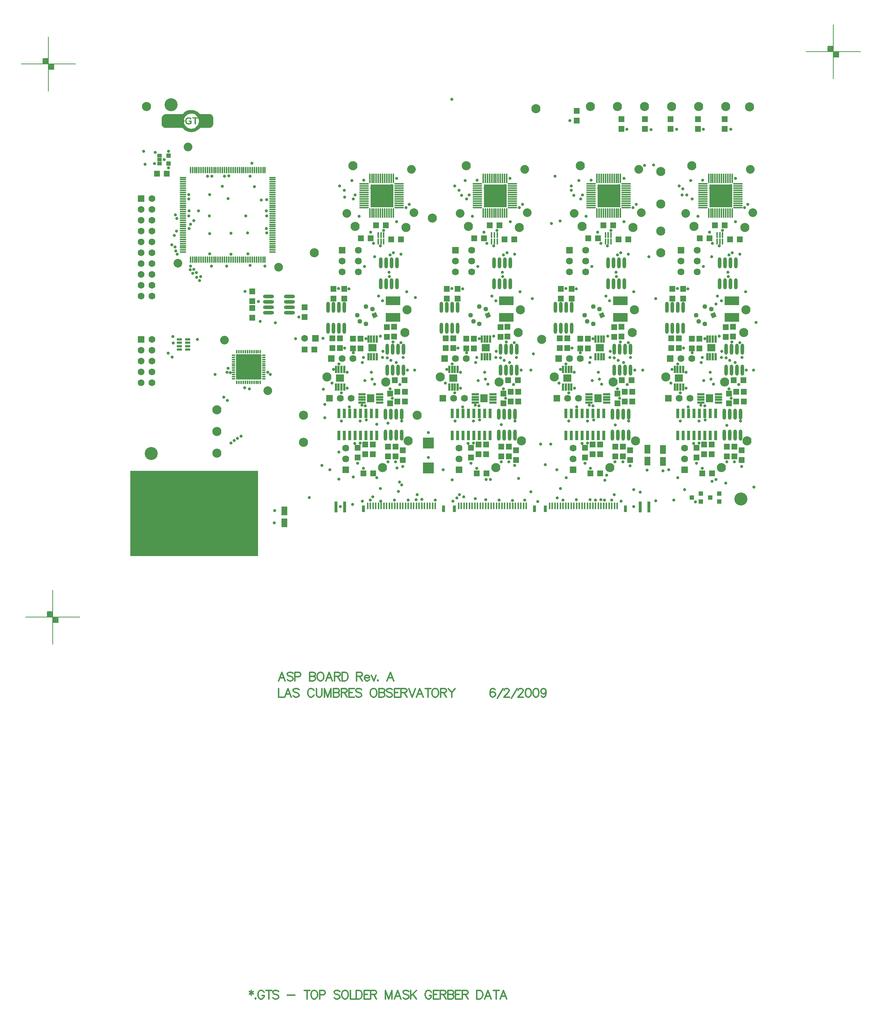
<source format=gts>
%FSLAX23Y23*%
%MOIN*%
G70*
G01*
G75*
G04 Layer_Color=8388736*
%ADD10C,0.005*%
%ADD11R,0.050X0.050*%
%ADD12O,0.098X0.028*%
%ADD13R,0.036X0.036*%
%ADD14R,0.030X0.100*%
%ADD15R,0.014X0.060*%
%ADD16R,0.031X0.060*%
%ADD17R,0.048X0.078*%
%ADD18R,0.050X0.050*%
%ADD19O,0.033X0.008*%
%ADD20O,0.008X0.033*%
%ADD21R,0.228X0.228*%
%ADD22R,0.016X0.061*%
%ADD23R,0.074X0.062*%
%ADD24R,0.134X0.075*%
%ADD25O,0.028X0.098*%
%ADD26R,0.024X0.087*%
%ADD27R,0.061X0.016*%
%ADD28R,0.062X0.074*%
%ADD29O,0.012X0.083*%
%ADD30O,0.083X0.012*%
%ADD31R,0.014X0.049*%
%ADD32R,0.036X0.028*%
%ADD33O,0.061X0.010*%
%ADD34O,0.010X0.061*%
%ADD35R,0.045X0.017*%
%ADD36R,0.100X0.100*%
%ADD37C,0.040*%
%ADD38C,0.025*%
%ADD39C,0.010*%
%ADD40C,0.012*%
%ADD41R,1.181X0.787*%
%ADD42C,0.008*%
%ADD43C,0.012*%
%ADD44C,0.012*%
%ADD45C,0.050*%
%ADD46C,0.026*%
%ADD47P,0.057X4X247.5*%
%ADD48C,0.080*%
%ADD49C,0.020*%
%ADD50R,0.060X0.060*%
%ADD51C,0.060*%
%ADD52R,0.060X0.060*%
%ADD53C,0.059*%
%ADD54R,0.059X0.059*%
%ADD55R,0.059X0.059*%
%ADD56C,0.236*%
%ADD57C,0.024*%
%ADD58C,0.040*%
%ADD59C,0.100*%
%ADD60C,0.045*%
%ADD61C,0.033*%
%ADD62C,0.072*%
%ADD63C,0.030*%
%ADD64C,0.055*%
G04:AMPARAMS|DCode=65|XSize=95.433mil|YSize=95.433mil|CornerRadius=0mil|HoleSize=0mil|Usage=FLASHONLY|Rotation=0.000|XOffset=0mil|YOffset=0mil|HoleType=Round|Shape=Relief|Width=10mil|Gap=10mil|Entries=4|*
%AMTHD65*
7,0,0,0.095,0.075,0.010,45*
%
%ADD65THD65*%
G04:AMPARAMS|DCode=66|XSize=112mil|YSize=112mil|CornerRadius=0mil|HoleSize=0mil|Usage=FLASHONLY|Rotation=0.000|XOffset=0mil|YOffset=0mil|HoleType=Round|Shape=Relief|Width=10mil|Gap=10mil|Entries=4|*
%AMTHD66*
7,0,0,0.112,0.092,0.010,45*
%
%ADD66THD66*%
%ADD67C,0.138*%
G04:AMPARAMS|DCode=68|XSize=70mil|YSize=70mil|CornerRadius=0mil|HoleSize=0mil|Usage=FLASHONLY|Rotation=0.000|XOffset=0mil|YOffset=0mil|HoleType=Round|Shape=Relief|Width=10mil|Gap=10mil|Entries=4|*
%AMTHD68*
7,0,0,0.070,0.050,0.010,45*
%
%ADD68THD68*%
%ADD69C,0.030*%
G04:AMPARAMS|DCode=70|XSize=85mil|YSize=85mil|CornerRadius=0mil|HoleSize=0mil|Usage=FLASHONLY|Rotation=0.000|XOffset=0mil|YOffset=0mil|HoleType=Round|Shape=Relief|Width=10mil|Gap=10mil|Entries=4|*
%AMTHD70*
7,0,0,0.085,0.065,0.010,45*
%
%ADD70THD70*%
%ADD71R,0.078X0.048*%
%ADD72R,0.060X0.086*%
%ADD73R,0.086X0.060*%
%ADD74R,0.075X0.063*%
%ADD75R,0.044X0.096*%
%ADD76R,1.181X0.787*%
%ADD77C,0.010*%
%ADD78C,0.010*%
%ADD79C,0.008*%
%ADD80C,0.024*%
%ADD81C,0.004*%
%ADD82C,0.006*%
%ADD83C,0.007*%
%ADD84R,0.240X0.165*%
%ADD85R,0.074X0.062*%
%ADD86R,0.062X0.074*%
%ADD87R,1.181X0.787*%
%ADD88R,0.054X0.054*%
%ADD89O,0.102X0.032*%
%ADD90R,0.040X0.040*%
%ADD91R,0.052X0.082*%
%ADD92R,0.054X0.054*%
%ADD93O,0.037X0.012*%
%ADD94O,0.012X0.037*%
%ADD95R,0.232X0.232*%
%ADD96R,0.020X0.065*%
%ADD97R,0.078X0.066*%
%ADD98R,0.138X0.079*%
%ADD99O,0.032X0.102*%
%ADD100R,0.028X0.091*%
%ADD101R,0.065X0.020*%
%ADD102R,0.066X0.078*%
%ADD103O,0.016X0.087*%
%ADD104O,0.087X0.016*%
%ADD105R,0.018X0.053*%
%ADD106R,0.040X0.032*%
%ADD107O,0.065X0.014*%
%ADD108O,0.014X0.065*%
%ADD109R,0.049X0.021*%
%ADD110R,0.104X0.104*%
%ADD111C,0.120*%
%ADD112C,0.054*%
%ADD113C,0.030*%
%ADD114C,0.044*%
%ADD115P,0.062X4X247.5*%
%ADD116C,0.084*%
%ADD117R,0.064X0.064*%
%ADD118C,0.064*%
%ADD119R,0.064X0.064*%
%ADD120C,0.063*%
%ADD121R,0.063X0.063*%
%ADD122R,0.063X0.063*%
%ADD123C,0.240*%
%ADD124C,0.028*%
G36*
X11478Y13830D02*
X11459D01*
Y13776D01*
X11446D01*
Y13830D01*
X11427D01*
Y13840D01*
X11478D01*
Y13830D01*
D02*
G37*
G36*
X11256Y13841D02*
X11257D01*
X11258Y13841D01*
X11259Y13841D01*
X11261Y13841D01*
X11262Y13841D01*
X11263Y13840D01*
X11265Y13840D01*
X11267Y13839D01*
X11268Y13839D01*
X11270Y13838D01*
X11271Y13837D01*
X11273Y13836D01*
X11274Y13835D01*
X11274Y13834D01*
X11274Y13834D01*
X11275Y13834D01*
X11275Y13834D01*
X11275Y13833D01*
X11276Y13833D01*
X11276Y13832D01*
X11277Y13832D01*
X11277Y13831D01*
X11278Y13830D01*
X11278Y13829D01*
X11279Y13828D01*
X11279Y13827D01*
X11280Y13826D01*
X11280Y13824D01*
X11281Y13823D01*
X11268Y13820D01*
Y13820D01*
X11268Y13820D01*
X11268Y13820D01*
X11268Y13821D01*
X11267Y13821D01*
X11267Y13823D01*
X11266Y13824D01*
X11266Y13825D01*
X11264Y13826D01*
X11263Y13828D01*
X11263Y13828D01*
X11263Y13828D01*
X11262Y13828D01*
X11261Y13829D01*
X11260Y13830D01*
X11258Y13830D01*
X11256Y13830D01*
X11254Y13830D01*
X11254D01*
X11253Y13830D01*
X11253Y13830D01*
X11252Y13830D01*
X11250Y13830D01*
X11249Y13829D01*
X11248Y13829D01*
X11247Y13828D01*
X11246Y13828D01*
X11245Y13827D01*
X11244Y13826D01*
X11243Y13825D01*
X11243Y13825D01*
X11243Y13825D01*
X11243Y13825D01*
X11242Y13824D01*
X11242Y13824D01*
X11242Y13823D01*
X11241Y13822D01*
X11241Y13821D01*
X11240Y13820D01*
X11240Y13819D01*
X11240Y13818D01*
X11239Y13816D01*
X11239Y13815D01*
X11239Y13813D01*
X11239Y13811D01*
X11239Y13809D01*
Y13809D01*
Y13808D01*
Y13808D01*
X11239Y13807D01*
X11239Y13806D01*
X11239Y13805D01*
X11239Y13803D01*
X11239Y13802D01*
X11240Y13799D01*
X11240Y13796D01*
X11241Y13795D01*
X11241Y13794D01*
X11242Y13792D01*
X11243Y13791D01*
X11243Y13791D01*
X11243Y13791D01*
X11243Y13791D01*
X11244Y13791D01*
X11244Y13790D01*
X11245Y13790D01*
X11245Y13789D01*
X11246Y13789D01*
X11248Y13788D01*
X11249Y13787D01*
X11251Y13787D01*
X11252Y13787D01*
X11253Y13786D01*
X11254Y13786D01*
X11255D01*
X11255Y13786D01*
X11256Y13786D01*
X11257Y13787D01*
X11259Y13787D01*
X11260Y13788D01*
X11262Y13788D01*
X11263Y13790D01*
X11263Y13790D01*
X11263Y13790D01*
X11264Y13790D01*
X11264Y13791D01*
X11265Y13792D01*
X11266Y13793D01*
X11266Y13794D01*
X11266Y13794D01*
X11267Y13795D01*
X11267Y13796D01*
X11268Y13797D01*
X11268Y13799D01*
X11268Y13800D01*
X11281Y13796D01*
Y13796D01*
X11281Y13796D01*
X11281Y13795D01*
X11280Y13794D01*
X11280Y13793D01*
X11280Y13792D01*
X11279Y13791D01*
X11279Y13790D01*
X11277Y13788D01*
X11277Y13786D01*
X11276Y13785D01*
X11275Y13784D01*
X11274Y13782D01*
X11273Y13781D01*
X11271Y13780D01*
X11271Y13780D01*
X11271Y13780D01*
X11271Y13780D01*
X11270Y13780D01*
X11270Y13779D01*
X11269Y13779D01*
X11268Y13778D01*
X11267Y13778D01*
X11266Y13777D01*
X11264Y13777D01*
X11263Y13776D01*
X11261Y13776D01*
X11260Y13776D01*
X11258Y13775D01*
X11256Y13775D01*
X11254Y13775D01*
X11254D01*
X11253Y13775D01*
X11252Y13775D01*
X11251Y13775D01*
X11250Y13776D01*
X11249Y13776D01*
X11247Y13776D01*
X11245Y13777D01*
X11244Y13777D01*
X11242Y13778D01*
X11240Y13779D01*
X11238Y13780D01*
X11237Y13781D01*
X11235Y13782D01*
X11233Y13784D01*
X11233Y13784D01*
X11233Y13784D01*
X11233Y13785D01*
X11232Y13785D01*
X11231Y13786D01*
X11231Y13787D01*
X11230Y13789D01*
X11229Y13790D01*
X11229Y13792D01*
X11228Y13794D01*
X11227Y13796D01*
X11226Y13798D01*
X11226Y13800D01*
X11226Y13802D01*
X11225Y13805D01*
X11225Y13808D01*
Y13808D01*
Y13808D01*
Y13808D01*
Y13808D01*
X11225Y13809D01*
X11225Y13810D01*
X11225Y13812D01*
X11226Y13813D01*
X11226Y13815D01*
X11226Y13817D01*
X11227Y13819D01*
X11227Y13821D01*
X11228Y13823D01*
X11229Y13825D01*
X11230Y13827D01*
X11231Y13829D01*
X11232Y13831D01*
X11233Y13833D01*
X11234Y13833D01*
X11234Y13833D01*
X11234Y13833D01*
X11235Y13834D01*
X11236Y13835D01*
X11237Y13835D01*
X11238Y13836D01*
X11239Y13837D01*
X11241Y13838D01*
X11242Y13839D01*
X11244Y13839D01*
X11246Y13840D01*
X11248Y13841D01*
X11250Y13841D01*
X11253Y13841D01*
X11255Y13842D01*
X11256D01*
X11256Y13841D01*
D02*
G37*
G36*
X11322D02*
X11323Y13841D01*
X11324Y13841D01*
X11325Y13841D01*
X11327Y13841D01*
X11329Y13840D01*
X11330Y13840D01*
X11332Y13839D01*
X11334Y13839D01*
X11336Y13838D01*
X11338Y13837D01*
X11340Y13836D01*
X11341Y13834D01*
X11343Y13833D01*
X11343Y13833D01*
X11343Y13832D01*
X11344Y13832D01*
X11344Y13831D01*
X11345Y13830D01*
X11346Y13829D01*
X11347Y13828D01*
X11347Y13826D01*
X11348Y13825D01*
X11349Y13823D01*
X11350Y13821D01*
X11350Y13819D01*
X11351Y13816D01*
X11351Y13814D01*
X11351Y13811D01*
X11352Y13808D01*
Y13808D01*
Y13808D01*
Y13808D01*
X11351Y13807D01*
X11351Y13806D01*
X11351Y13804D01*
X11351Y13803D01*
X11351Y13801D01*
X11350Y13799D01*
X11350Y13797D01*
X11349Y13795D01*
X11349Y13793D01*
X11348Y13791D01*
X11347Y13789D01*
X11346Y13787D01*
X11345Y13786D01*
X11343Y13784D01*
X11343Y13784D01*
X11343Y13784D01*
X11342Y13783D01*
X11342Y13783D01*
X11341Y13782D01*
X11340Y13781D01*
X11338Y13780D01*
X11337Y13780D01*
X11336Y13779D01*
X11334Y13778D01*
X11332Y13777D01*
X11330Y13776D01*
X11328Y13776D01*
X11326Y13776D01*
X11323Y13775D01*
X11321Y13775D01*
X11320D01*
X11319Y13775D01*
X11318Y13775D01*
X11317Y13775D01*
X11316Y13776D01*
X11314Y13776D01*
X11312Y13776D01*
X11311Y13777D01*
X11309Y13777D01*
X11307Y13778D01*
X11305Y13779D01*
X11303Y13780D01*
X11301Y13781D01*
X11300Y13782D01*
X11298Y13784D01*
X11298Y13784D01*
X11298Y13784D01*
X11297Y13785D01*
X11297Y13785D01*
X11296Y13786D01*
X11295Y13787D01*
X11295Y13789D01*
X11294Y13790D01*
X11293Y13792D01*
X11292Y13794D01*
X11291Y13795D01*
X11291Y13798D01*
X11290Y13800D01*
X11290Y13802D01*
X11290Y13805D01*
X11290Y13808D01*
Y13808D01*
Y13808D01*
Y13809D01*
X11290Y13810D01*
Y13810D01*
X11290Y13811D01*
X11290Y13812D01*
X11290Y13814D01*
X11290Y13816D01*
X11291Y13819D01*
X11291Y13822D01*
X11292Y13824D01*
Y13824D01*
X11293Y13825D01*
X11293Y13825D01*
X11293Y13825D01*
X11293Y13826D01*
X11294Y13827D01*
X11295Y13829D01*
X11296Y13830D01*
X11297Y13832D01*
X11298Y13833D01*
X11298Y13833D01*
X11299Y13833D01*
X11299Y13834D01*
X11300Y13834D01*
X11301Y13835D01*
X11302Y13836D01*
X11303Y13837D01*
X11305Y13838D01*
X11307Y13839D01*
X11307D01*
X11307Y13839D01*
X11307Y13839D01*
X11308Y13839D01*
X11308Y13840D01*
X11309Y13840D01*
X11310Y13840D01*
X11311Y13840D01*
X11312Y13840D01*
X11313Y13841D01*
X11315Y13841D01*
X11318Y13841D01*
X11320Y13842D01*
X11321D01*
X11322Y13841D01*
D02*
G37*
G36*
X11186Y13787D02*
X11218D01*
Y13776D01*
X11173D01*
Y13840D01*
X11186D01*
Y13787D01*
D02*
G37*
G36*
X11393Y13841D02*
X11394Y13841D01*
X11395Y13841D01*
X11397Y13841D01*
X11398Y13841D01*
X11401Y13840D01*
X11402Y13840D01*
X11404Y13839D01*
X11406Y13839D01*
X11407Y13838D01*
X11408Y13837D01*
X11410Y13836D01*
X11410Y13836D01*
X11410Y13836D01*
X11410Y13836D01*
X11411Y13836D01*
X11411Y13835D01*
X11412Y13834D01*
X11413Y13834D01*
X11413Y13833D01*
X11414Y13832D01*
X11415Y13831D01*
X11416Y13830D01*
X11416Y13829D01*
X11417Y13827D01*
X11418Y13826D01*
X11418Y13824D01*
X11418Y13823D01*
X11406Y13820D01*
Y13820D01*
X11406Y13821D01*
X11405Y13821D01*
X11405Y13821D01*
X11405Y13822D01*
X11404Y13823D01*
X11404Y13824D01*
X11403Y13825D01*
X11402Y13827D01*
X11400Y13828D01*
X11400Y13828D01*
X11400Y13828D01*
X11399Y13829D01*
X11398Y13829D01*
X11397Y13830D01*
X11395Y13830D01*
X11393Y13830D01*
X11391Y13830D01*
X11390D01*
X11390Y13830D01*
X11389Y13830D01*
X11388Y13830D01*
X11387Y13830D01*
X11386Y13830D01*
X11384Y13829D01*
X11383Y13829D01*
X11382Y13828D01*
X11381Y13828D01*
X11380Y13827D01*
X11379Y13826D01*
X11378Y13825D01*
X11378Y13825D01*
X11377Y13825D01*
X11377Y13824D01*
X11377Y13824D01*
X11377Y13823D01*
X11376Y13823D01*
X11376Y13822D01*
X11375Y13821D01*
X11375Y13820D01*
X11374Y13819D01*
X11374Y13817D01*
X11373Y13816D01*
X11373Y13814D01*
X11373Y13813D01*
X11373Y13811D01*
X11373Y13809D01*
Y13809D01*
Y13809D01*
Y13808D01*
X11373Y13807D01*
X11373Y13806D01*
X11373Y13805D01*
X11373Y13804D01*
X11373Y13803D01*
X11374Y13800D01*
X11374Y13798D01*
X11375Y13797D01*
X11375Y13796D01*
X11376Y13794D01*
X11377Y13793D01*
X11378Y13792D01*
X11378Y13792D01*
X11378Y13792D01*
X11378Y13791D01*
X11379Y13791D01*
X11379Y13791D01*
X11380Y13790D01*
X11380Y13790D01*
X11381Y13789D01*
X11382Y13789D01*
X11383Y13788D01*
X11384Y13788D01*
X11385Y13787D01*
X11387Y13787D01*
X11388Y13786D01*
X11390Y13786D01*
X11391Y13786D01*
X11392D01*
X11393Y13786D01*
X11394Y13786D01*
X11395Y13787D01*
X11396Y13787D01*
X11398Y13787D01*
X11399Y13788D01*
X11399D01*
X11399Y13788D01*
X11400Y13788D01*
X11401Y13788D01*
X11402Y13789D01*
X11403Y13789D01*
X11404Y13790D01*
X11405Y13791D01*
X11406Y13792D01*
Y13800D01*
X11391D01*
Y13811D01*
X11419D01*
Y13785D01*
X11419Y13785D01*
X11419Y13785D01*
X11419Y13785D01*
X11419Y13784D01*
X11418Y13784D01*
X11418Y13784D01*
X11417Y13783D01*
X11416Y13783D01*
X11415Y13782D01*
X11415Y13782D01*
X11414Y13781D01*
X11413Y13780D01*
X11411Y13780D01*
X11410Y13779D01*
X11409Y13779D01*
X11407Y13778D01*
X11407D01*
X11407Y13778D01*
X11407Y13778D01*
X11406Y13778D01*
X11405Y13777D01*
X11405Y13777D01*
X11404Y13777D01*
X11403Y13777D01*
X11402Y13776D01*
X11400Y13776D01*
X11398Y13776D01*
X11395Y13775D01*
X11392Y13775D01*
X11391D01*
X11390Y13775D01*
X11389Y13775D01*
X11388Y13775D01*
X11387Y13775D01*
X11386Y13776D01*
X11385Y13776D01*
X11383Y13776D01*
X11380Y13777D01*
X11379Y13777D01*
X11377Y13778D01*
X11376Y13779D01*
X11374Y13779D01*
X11374Y13779D01*
X11374Y13779D01*
X11374Y13780D01*
X11373Y13780D01*
X11372Y13781D01*
X11372Y13781D01*
X11371Y13782D01*
X11370Y13782D01*
X11369Y13783D01*
X11368Y13784D01*
X11367Y13785D01*
X11366Y13786D01*
X11366Y13787D01*
X11365Y13789D01*
X11364Y13790D01*
X11363Y13791D01*
Y13791D01*
X11363Y13792D01*
X11363Y13792D01*
X11363Y13793D01*
X11362Y13793D01*
X11362Y13794D01*
X11362Y13795D01*
X11361Y13796D01*
X11361Y13798D01*
X11361Y13799D01*
X11360Y13800D01*
X11360Y13802D01*
X11360Y13805D01*
X11359Y13807D01*
X11359Y13809D01*
Y13809D01*
Y13809D01*
Y13810D01*
X11359Y13810D01*
X11360Y13811D01*
X11360Y13812D01*
X11360Y13813D01*
X11360Y13815D01*
X11360Y13816D01*
X11360Y13817D01*
X11361Y13820D01*
X11362Y13822D01*
X11362Y13823D01*
X11363Y13825D01*
X11364Y13826D01*
X11364Y13826D01*
X11364Y13827D01*
X11364Y13827D01*
X11364Y13828D01*
X11365Y13828D01*
X11365Y13829D01*
X11366Y13830D01*
X11367Y13831D01*
X11367Y13832D01*
X11368Y13833D01*
X11369Y13834D01*
X11370Y13835D01*
X11372Y13836D01*
X11373Y13837D01*
X11374Y13837D01*
X11376Y13838D01*
X11376D01*
X11376Y13838D01*
X11376Y13839D01*
X11377Y13839D01*
X11378Y13839D01*
X11378Y13839D01*
X11379Y13840D01*
X11380Y13840D01*
X11381Y13840D01*
X11382Y13841D01*
X11384Y13841D01*
X11385Y13841D01*
X11386Y13841D01*
X11388Y13841D01*
X11391Y13842D01*
X11392D01*
X11393Y13841D01*
D02*
G37*
G36*
X15380Y13011D02*
X15170D01*
Y13221D01*
X15380D01*
Y13011D01*
D02*
G37*
G36*
X16411D02*
X16201D01*
Y13221D01*
X16411D01*
Y13011D01*
D02*
G37*
G36*
X14328D02*
X14118D01*
Y13221D01*
X14328D01*
Y13011D01*
D02*
G37*
G36*
X13281D02*
X13071D01*
Y13221D01*
X13281D01*
Y13011D01*
D02*
G37*
%LPC*%
G36*
X11321Y13830D02*
X11320D01*
X11319Y13830D01*
X11319Y13830D01*
X11318Y13830D01*
X11317Y13830D01*
X11316Y13830D01*
X11314Y13829D01*
X11313Y13829D01*
X11312Y13828D01*
X11311Y13828D01*
X11310Y13827D01*
X11309Y13826D01*
X11308Y13825D01*
X11308Y13825D01*
X11308Y13825D01*
X11307Y13824D01*
X11307Y13824D01*
X11307Y13823D01*
X11306Y13823D01*
X11306Y13822D01*
X11305Y13821D01*
X11305Y13820D01*
X11304Y13818D01*
X11304Y13817D01*
X11304Y13816D01*
X11303Y13814D01*
X11303Y13812D01*
X11303Y13810D01*
X11303Y13808D01*
Y13808D01*
Y13808D01*
Y13807D01*
X11303Y13807D01*
X11303Y13806D01*
X11303Y13805D01*
X11303Y13803D01*
X11304Y13802D01*
X11304Y13800D01*
X11305Y13798D01*
X11305Y13797D01*
X11306Y13795D01*
X11306Y13794D01*
X11307Y13793D01*
X11308Y13792D01*
X11308Y13792D01*
X11308Y13792D01*
X11308Y13791D01*
X11309Y13791D01*
X11309Y13790D01*
X11310Y13790D01*
X11311Y13790D01*
X11311Y13789D01*
X11312Y13788D01*
X11313Y13788D01*
X11314Y13788D01*
X11315Y13787D01*
X11317Y13787D01*
X11318Y13786D01*
X11319Y13786D01*
X11321Y13786D01*
X11321D01*
X11322Y13786D01*
X11322Y13786D01*
X11323Y13787D01*
X11324Y13787D01*
X11325Y13787D01*
X11327Y13788D01*
X11328Y13788D01*
X11329Y13789D01*
X11330Y13789D01*
X11331Y13790D01*
X11332Y13791D01*
X11333Y13792D01*
X11333Y13792D01*
X11333Y13792D01*
X11334Y13792D01*
X11334Y13793D01*
X11334Y13793D01*
X11335Y13794D01*
X11335Y13795D01*
X11336Y13796D01*
X11336Y13797D01*
X11337Y13798D01*
X11337Y13800D01*
X11337Y13801D01*
X11338Y13803D01*
X11338Y13805D01*
X11338Y13807D01*
X11338Y13809D01*
Y13809D01*
Y13809D01*
Y13810D01*
X11338Y13810D01*
X11338Y13811D01*
X11338Y13812D01*
X11338Y13813D01*
X11338Y13815D01*
X11337Y13817D01*
X11337Y13819D01*
X11336Y13820D01*
X11336Y13821D01*
X11335Y13823D01*
X11334Y13824D01*
X11333Y13825D01*
X11333Y13825D01*
X11333Y13825D01*
X11333Y13825D01*
X11332Y13826D01*
X11332Y13826D01*
X11331Y13827D01*
X11331Y13827D01*
X11330Y13828D01*
X11329Y13828D01*
X11328Y13829D01*
X11327Y13829D01*
X11326Y13830D01*
X11325Y13830D01*
X11323Y13830D01*
X11322Y13830D01*
X11321Y13830D01*
D02*
G37*
%LPD*%
D10*
X11615Y13837D02*
X11614Y13847D01*
X11609Y13855D01*
X11603Y13862D01*
X11594Y13866D01*
X11585Y13867D01*
Y13747D02*
X11594Y13749D01*
X11603Y13753D01*
X11609Y13760D01*
X11614Y13768D01*
X11615Y13777D01*
X11145D02*
X11147Y13768D01*
X11151Y13760D01*
X11158Y13753D01*
X11166Y13749D01*
X11175Y13747D01*
X11185Y13867D02*
X11175Y13866D01*
X11165Y13862D01*
X11157Y13856D01*
X11151Y13847D01*
X11147Y13838D01*
X11145Y13827D01*
X11407Y13904D02*
X11396Y13904D01*
X11386Y13902D01*
X11376Y13898D01*
X11366Y13893D01*
X11357Y13887D01*
X11349Y13880D01*
Y13734D02*
X11357Y13727D01*
X11366Y13721D01*
X11376Y13717D01*
X11386Y13713D01*
X11396Y13711D01*
X11407Y13710D01*
X11481Y13880D02*
X11473Y13887D01*
X11464Y13893D01*
X11455Y13898D01*
X11444Y13902D01*
X11434Y13904D01*
X11423Y13904D01*
Y13710D02*
X11434Y13711D01*
X11444Y13713D01*
X11455Y13717D01*
X11464Y13721D01*
X11473Y13727D01*
X11481Y13734D01*
X11485Y13747D02*
X11515D01*
X11485Y13867D02*
X11545D01*
X11543D02*
X11585D01*
X11615Y13777D02*
Y13837D01*
X11513Y13747D02*
X11585D01*
X11175D02*
X11345D01*
X11145Y13777D02*
Y13827D01*
X11185Y13867D02*
X11345D01*
X11407Y13904D02*
X11415D01*
X11423D01*
X11415Y13710D02*
X11423D01*
X11407D02*
X11415D01*
D14*
X15642Y10245D02*
D03*
X15563D02*
D03*
X12832Y10244D02*
D03*
X12753D02*
D03*
D15*
X13045Y10253D02*
D03*
X13070D02*
D03*
X13095D02*
D03*
X13120D02*
D03*
X13145D02*
D03*
X13170D02*
D03*
X13195D02*
D03*
X13220D02*
D03*
X13245D02*
D03*
X13270D02*
D03*
X13295D02*
D03*
X13320D02*
D03*
X13345D02*
D03*
X13370D02*
D03*
X13395D02*
D03*
X13420D02*
D03*
X13445D02*
D03*
X13470D02*
D03*
X13495D02*
D03*
X13520D02*
D03*
X13545D02*
D03*
X13570D02*
D03*
X13595D02*
D03*
X13620D02*
D03*
X13645D02*
D03*
X13670D02*
D03*
X13885D02*
D03*
X13910D02*
D03*
X13935D02*
D03*
X13960D02*
D03*
X13985D02*
D03*
X14010D02*
D03*
X14035D02*
D03*
X14060D02*
D03*
X14085D02*
D03*
X14110D02*
D03*
X14135D02*
D03*
X14160D02*
D03*
X14185D02*
D03*
X14210D02*
D03*
X14235D02*
D03*
X14260D02*
D03*
X14285D02*
D03*
X14310D02*
D03*
X14335D02*
D03*
X14360D02*
D03*
X14385D02*
D03*
X14410D02*
D03*
X14435D02*
D03*
X14460D02*
D03*
X14485D02*
D03*
X14510D02*
D03*
X14725Y10254D02*
D03*
X14750D02*
D03*
X14775D02*
D03*
X14800D02*
D03*
X14825D02*
D03*
X14850D02*
D03*
X14875D02*
D03*
X14900D02*
D03*
X14925D02*
D03*
X14950D02*
D03*
X14975D02*
D03*
X15000D02*
D03*
X15025D02*
D03*
X15050D02*
D03*
X15075D02*
D03*
X15100D02*
D03*
X15125D02*
D03*
X15150D02*
D03*
X15175D02*
D03*
X15200D02*
D03*
X15225D02*
D03*
X15250D02*
D03*
X15275D02*
D03*
X15300D02*
D03*
X15325D02*
D03*
X15350D02*
D03*
D16*
X13007Y10226D02*
D03*
X13747D02*
D03*
X13847D02*
D03*
X14587D02*
D03*
X15427D02*
D03*
X14687D02*
D03*
D39*
X11490Y13807D02*
X11489Y13817D01*
X11487Y13827D01*
X11484Y13837D01*
X11480Y13846D01*
X11474Y13854D01*
X11467Y13861D01*
X11460Y13868D01*
X11451Y13873D01*
X11442Y13877D01*
X11433Y13880D01*
X11423Y13882D01*
X11413Y13882D01*
X11403Y13881D01*
X11393Y13879D01*
X11384Y13875D01*
X11375Y13871D01*
X11367Y13865D01*
X11360Y13858D01*
X11353Y13850D01*
X11348Y13841D01*
X11344Y13832D01*
X11342Y13822D01*
X11340Y13812D01*
Y13802D01*
X11342Y13792D01*
X11344Y13783D01*
X11348Y13773D01*
X11353Y13765D01*
X11360Y13757D01*
X11367Y13750D01*
X11375Y13744D01*
X11384Y13739D01*
X11393Y13736D01*
X11403Y13733D01*
X11413Y13732D01*
X11423Y13733D01*
X11433Y13734D01*
X11442Y13737D01*
X11451Y13742D01*
X11460Y13747D01*
X11467Y13753D01*
X11474Y13761D01*
X11480Y13769D01*
X11484Y13778D01*
X11487Y13787D01*
X11489Y13797D01*
X11490Y13807D01*
D40*
X11970Y5782D02*
Y5737D01*
X11951Y5771D02*
X11989Y5748D01*
Y5771D02*
X11951Y5748D01*
X12009Y5710D02*
X12006Y5706D01*
X12009Y5702D01*
X12013Y5706D01*
X12009Y5710D01*
X12088Y5763D02*
X12084Y5771D01*
X12076Y5778D01*
X12069Y5782D01*
X12054D01*
X12046Y5778D01*
X12038Y5771D01*
X12035Y5763D01*
X12031Y5752D01*
Y5733D01*
X12035Y5721D01*
X12038Y5714D01*
X12046Y5706D01*
X12054Y5702D01*
X12069D01*
X12076Y5706D01*
X12084Y5714D01*
X12088Y5721D01*
Y5733D01*
X12069D02*
X12088D01*
X12133Y5782D02*
Y5702D01*
X12106Y5782D02*
X12159D01*
X12222Y5771D02*
X12215Y5778D01*
X12203Y5782D01*
X12188D01*
X12177Y5778D01*
X12169Y5771D01*
Y5763D01*
X12173Y5756D01*
X12177Y5752D01*
X12184Y5748D01*
X12207Y5740D01*
X12215Y5737D01*
X12219Y5733D01*
X12222Y5725D01*
Y5714D01*
X12215Y5706D01*
X12203Y5702D01*
X12188D01*
X12177Y5706D01*
X12169Y5714D01*
X12303Y5737D02*
X12372D01*
X12485Y5782D02*
Y5702D01*
X12458Y5782D02*
X12511D01*
X12544D02*
X12536Y5778D01*
X12529Y5771D01*
X12525Y5763D01*
X12521Y5752D01*
Y5733D01*
X12525Y5721D01*
X12529Y5714D01*
X12536Y5706D01*
X12544Y5702D01*
X12559D01*
X12567Y5706D01*
X12574Y5714D01*
X12578Y5721D01*
X12582Y5733D01*
Y5752D01*
X12578Y5763D01*
X12574Y5771D01*
X12567Y5778D01*
X12559Y5782D01*
X12544D01*
X12601Y5740D02*
X12635D01*
X12646Y5744D01*
X12650Y5748D01*
X12654Y5756D01*
Y5767D01*
X12650Y5775D01*
X12646Y5778D01*
X12635Y5782D01*
X12601D01*
Y5702D01*
X12788Y5771D02*
X12780Y5778D01*
X12769Y5782D01*
X12754D01*
X12742Y5778D01*
X12735Y5771D01*
Y5763D01*
X12738Y5756D01*
X12742Y5752D01*
X12750Y5748D01*
X12773Y5740D01*
X12780Y5737D01*
X12784Y5733D01*
X12788Y5725D01*
Y5714D01*
X12780Y5706D01*
X12769Y5702D01*
X12754D01*
X12742Y5706D01*
X12735Y5714D01*
X12829Y5782D02*
X12821Y5778D01*
X12813Y5771D01*
X12810Y5763D01*
X12806Y5752D01*
Y5733D01*
X12810Y5721D01*
X12813Y5714D01*
X12821Y5706D01*
X12829Y5702D01*
X12844D01*
X12852Y5706D01*
X12859Y5714D01*
X12863Y5721D01*
X12867Y5733D01*
Y5752D01*
X12863Y5763D01*
X12859Y5771D01*
X12852Y5778D01*
X12844Y5782D01*
X12829D01*
X12885D02*
Y5702D01*
X12931D01*
X12940Y5782D02*
Y5702D01*
Y5782D02*
X12967D01*
X12978Y5778D01*
X12986Y5771D01*
X12989Y5763D01*
X12993Y5752D01*
Y5733D01*
X12989Y5721D01*
X12986Y5714D01*
X12978Y5706D01*
X12967Y5702D01*
X12940D01*
X13061Y5782D02*
X13011D01*
Y5702D01*
X13061D01*
X13011Y5744D02*
X13042D01*
X13074Y5782D02*
Y5702D01*
Y5782D02*
X13108D01*
X13120Y5778D01*
X13123Y5775D01*
X13127Y5767D01*
Y5759D01*
X13123Y5752D01*
X13120Y5748D01*
X13108Y5744D01*
X13074D01*
X13101D02*
X13127Y5702D01*
X13208Y5782D02*
Y5702D01*
Y5782D02*
X13238Y5702D01*
X13269Y5782D02*
X13238Y5702D01*
X13269Y5782D02*
Y5702D01*
X13353D02*
X13322Y5782D01*
X13292Y5702D01*
X13303Y5729D02*
X13341D01*
X13425Y5771D02*
X13417Y5778D01*
X13406Y5782D01*
X13390D01*
X13379Y5778D01*
X13371Y5771D01*
Y5763D01*
X13375Y5756D01*
X13379Y5752D01*
X13387Y5748D01*
X13409Y5740D01*
X13417Y5737D01*
X13421Y5733D01*
X13425Y5725D01*
Y5714D01*
X13417Y5706D01*
X13406Y5702D01*
X13390D01*
X13379Y5706D01*
X13371Y5714D01*
X13443Y5782D02*
Y5702D01*
X13496Y5782D02*
X13443Y5729D01*
X13462Y5748D02*
X13496Y5702D01*
X13634Y5763D02*
X13630Y5771D01*
X13622Y5778D01*
X13615Y5782D01*
X13600D01*
X13592Y5778D01*
X13584Y5771D01*
X13581Y5763D01*
X13577Y5752D01*
Y5733D01*
X13581Y5721D01*
X13584Y5714D01*
X13592Y5706D01*
X13600Y5702D01*
X13615D01*
X13622Y5706D01*
X13630Y5714D01*
X13634Y5721D01*
Y5733D01*
X13615D02*
X13634D01*
X13702Y5782D02*
X13652D01*
Y5702D01*
X13702D01*
X13652Y5744D02*
X13683D01*
X13715Y5782D02*
Y5702D01*
Y5782D02*
X13749D01*
X13761Y5778D01*
X13764Y5775D01*
X13768Y5767D01*
Y5759D01*
X13764Y5752D01*
X13761Y5748D01*
X13749Y5744D01*
X13715D01*
X13742D02*
X13768Y5702D01*
X13786Y5782D02*
Y5702D01*
Y5782D02*
X13820D01*
X13832Y5778D01*
X13836Y5775D01*
X13839Y5767D01*
Y5759D01*
X13836Y5752D01*
X13832Y5748D01*
X13820Y5744D01*
X13786D02*
X13820D01*
X13832Y5740D01*
X13836Y5737D01*
X13839Y5729D01*
Y5718D01*
X13836Y5710D01*
X13832Y5706D01*
X13820Y5702D01*
X13786D01*
X13907Y5782D02*
X13857D01*
Y5702D01*
X13907D01*
X13857Y5744D02*
X13888D01*
X13920Y5782D02*
Y5702D01*
Y5782D02*
X13955D01*
X13966Y5778D01*
X13970Y5775D01*
X13974Y5767D01*
Y5759D01*
X13970Y5752D01*
X13966Y5748D01*
X13955Y5744D01*
X13920D01*
X13947D02*
X13974Y5702D01*
X14054Y5782D02*
Y5702D01*
Y5782D02*
X14081D01*
X14092Y5778D01*
X14100Y5771D01*
X14104Y5763D01*
X14108Y5752D01*
Y5733D01*
X14104Y5721D01*
X14100Y5714D01*
X14092Y5706D01*
X14081Y5702D01*
X14054D01*
X14186D02*
X14156Y5782D01*
X14126Y5702D01*
X14137Y5729D02*
X14175D01*
X14232Y5782D02*
Y5702D01*
X14205Y5782D02*
X14258D01*
X14329Y5702D02*
X14298Y5782D01*
X14268Y5702D01*
X14279Y5729D02*
X14317D01*
D42*
X9847Y14333D02*
X10347D01*
X10097Y14083D02*
Y14583D01*
X10147Y14283D02*
Y14333D01*
X10097Y14283D02*
X10147D01*
X10047Y14333D02*
Y14383D01*
X10097D01*
X10052Y14338D02*
X10092D01*
X10052D02*
Y14378D01*
X10092D01*
Y14338D02*
Y14378D01*
X10057Y14343D02*
X10087D01*
X10057D02*
Y14373D01*
X10087D01*
Y14348D02*
Y14373D01*
X10062Y14348D02*
X10082D01*
X10062D02*
Y14368D01*
X10082D01*
Y14353D02*
Y14368D01*
X10067Y14353D02*
X10077D01*
X10067D02*
Y14363D01*
X10077D01*
Y14353D02*
Y14363D01*
X10067Y14358D02*
X10077D01*
X10102Y14288D02*
X10142D01*
X10102D02*
Y14328D01*
X10142D01*
Y14288D02*
Y14328D01*
X10107Y14293D02*
X10137D01*
X10107D02*
Y14323D01*
X10137D01*
Y14298D02*
Y14323D01*
X10112Y14298D02*
X10132D01*
X10112D02*
Y14318D01*
X10132D01*
Y14303D02*
Y14318D01*
X10117Y14303D02*
X10127D01*
X10117D02*
Y14313D01*
X10127D01*
Y14303D02*
Y14313D01*
X10117Y14308D02*
X10127D01*
X9885Y9227D02*
X10385D01*
X10135Y8977D02*
Y9477D01*
X10185Y9177D02*
Y9227D01*
X10135Y9177D02*
X10185D01*
X10085Y9227D02*
Y9277D01*
X10135D01*
X10090Y9232D02*
X10130D01*
X10090D02*
Y9272D01*
X10130D01*
Y9232D02*
Y9272D01*
X10095Y9237D02*
X10125D01*
X10095D02*
Y9267D01*
X10125D01*
Y9242D02*
Y9267D01*
X10100Y9242D02*
X10120D01*
X10100D02*
Y9262D01*
X10120D01*
Y9247D02*
Y9262D01*
X10105Y9247D02*
X10115D01*
X10105D02*
Y9257D01*
X10115D01*
Y9247D02*
Y9257D01*
X10105Y9252D02*
X10115D01*
X10140Y9182D02*
X10180D01*
X10140D02*
Y9222D01*
X10180D01*
Y9182D02*
Y9222D01*
X10145Y9187D02*
X10175D01*
X10145D02*
Y9217D01*
X10175D01*
Y9192D02*
Y9217D01*
X10150Y9192D02*
X10170D01*
X10150D02*
Y9212D01*
X10170D01*
Y9197D02*
Y9212D01*
X10155Y9197D02*
X10165D01*
X10155D02*
Y9207D01*
X10165D01*
Y9197D02*
Y9207D01*
X10155Y9202D02*
X10165D01*
X17097Y14446D02*
X17597D01*
X17347Y14196D02*
Y14696D01*
X17397Y14396D02*
Y14446D01*
X17347Y14396D02*
X17397D01*
X17297Y14446D02*
Y14496D01*
X17347D01*
X17302Y14451D02*
X17342D01*
X17302D02*
Y14491D01*
X17342D01*
Y14451D02*
Y14491D01*
X17307Y14456D02*
X17337D01*
X17307D02*
Y14486D01*
X17337D01*
Y14461D02*
Y14486D01*
X17312Y14461D02*
X17332D01*
X17312D02*
Y14481D01*
X17332D01*
Y14466D02*
Y14481D01*
X17317Y14466D02*
X17327D01*
X17317D02*
Y14476D01*
X17327D01*
Y14466D02*
Y14476D01*
X17317Y14471D02*
X17327D01*
X17352Y14401D02*
X17392D01*
X17352D02*
Y14441D01*
X17392D01*
Y14401D02*
Y14441D01*
X17357Y14406D02*
X17387D01*
X17357D02*
Y14436D01*
X17387D01*
Y14411D02*
Y14436D01*
X17362Y14411D02*
X17382D01*
X17362D02*
Y14431D01*
X17382D01*
Y14416D02*
Y14431D01*
X17367Y14416D02*
X17377D01*
X17367D02*
Y14426D01*
X17377D01*
Y14416D02*
Y14426D01*
X17367Y14421D02*
X17377D01*
D43*
X12223Y8569D02*
Y8489D01*
X12269D01*
X12339D02*
X12308Y8569D01*
X12278Y8489D01*
X12289Y8516D02*
X12327D01*
X12411Y8557D02*
X12403Y8565D01*
X12392Y8569D01*
X12376D01*
X12365Y8565D01*
X12357Y8557D01*
Y8550D01*
X12361Y8542D01*
X12365Y8538D01*
X12372Y8535D01*
X12395Y8527D01*
X12403Y8523D01*
X12407Y8519D01*
X12411Y8512D01*
Y8500D01*
X12403Y8493D01*
X12392Y8489D01*
X12376D01*
X12365Y8493D01*
X12357Y8500D01*
X12548Y8550D02*
X12545Y8557D01*
X12537Y8565D01*
X12529Y8569D01*
X12514D01*
X12507Y8565D01*
X12499Y8557D01*
X12495Y8550D01*
X12491Y8538D01*
Y8519D01*
X12495Y8508D01*
X12499Y8500D01*
X12507Y8493D01*
X12514Y8489D01*
X12529D01*
X12537Y8493D01*
X12545Y8500D01*
X12548Y8508D01*
X12571Y8569D02*
Y8512D01*
X12575Y8500D01*
X12582Y8493D01*
X12594Y8489D01*
X12601D01*
X12613Y8493D01*
X12620Y8500D01*
X12624Y8512D01*
Y8569D01*
X12646D02*
Y8489D01*
Y8569D02*
X12677Y8489D01*
X12707Y8569D02*
X12677Y8489D01*
X12707Y8569D02*
Y8489D01*
X12730Y8569D02*
Y8489D01*
Y8569D02*
X12764D01*
X12776Y8565D01*
X12780Y8561D01*
X12783Y8554D01*
Y8546D01*
X12780Y8538D01*
X12776Y8535D01*
X12764Y8531D01*
X12730D02*
X12764D01*
X12776Y8527D01*
X12780Y8523D01*
X12783Y8516D01*
Y8504D01*
X12780Y8496D01*
X12776Y8493D01*
X12764Y8489D01*
X12730D01*
X12801Y8569D02*
Y8489D01*
Y8569D02*
X12836D01*
X12847Y8565D01*
X12851Y8561D01*
X12855Y8554D01*
Y8546D01*
X12851Y8538D01*
X12847Y8535D01*
X12836Y8531D01*
X12801D01*
X12828D02*
X12855Y8489D01*
X12922Y8569D02*
X12873D01*
Y8489D01*
X12922D01*
X12873Y8531D02*
X12903D01*
X12989Y8557D02*
X12981Y8565D01*
X12970Y8569D01*
X12954D01*
X12943Y8565D01*
X12935Y8557D01*
Y8550D01*
X12939Y8542D01*
X12943Y8538D01*
X12951Y8535D01*
X12973Y8527D01*
X12981Y8523D01*
X12985Y8519D01*
X12989Y8512D01*
Y8500D01*
X12981Y8493D01*
X12970Y8489D01*
X12954D01*
X12943Y8493D01*
X12935Y8500D01*
X13092Y8569D02*
X13085Y8565D01*
X13077Y8557D01*
X13073Y8550D01*
X13069Y8538D01*
Y8519D01*
X13073Y8508D01*
X13077Y8500D01*
X13085Y8493D01*
X13092Y8489D01*
X13108D01*
X13115Y8493D01*
X13123Y8500D01*
X13127Y8508D01*
X13130Y8519D01*
Y8538D01*
X13127Y8550D01*
X13123Y8557D01*
X13115Y8565D01*
X13108Y8569D01*
X13092D01*
X13149D02*
Y8489D01*
Y8569D02*
X13183D01*
X13195Y8565D01*
X13199Y8561D01*
X13202Y8554D01*
Y8546D01*
X13199Y8538D01*
X13195Y8535D01*
X13183Y8531D01*
X13149D02*
X13183D01*
X13195Y8527D01*
X13199Y8523D01*
X13202Y8516D01*
Y8504D01*
X13199Y8496D01*
X13195Y8493D01*
X13183Y8489D01*
X13149D01*
X13274Y8557D02*
X13266Y8565D01*
X13255Y8569D01*
X13239D01*
X13228Y8565D01*
X13220Y8557D01*
Y8550D01*
X13224Y8542D01*
X13228Y8538D01*
X13236Y8535D01*
X13258Y8527D01*
X13266Y8523D01*
X13270Y8519D01*
X13274Y8512D01*
Y8500D01*
X13266Y8493D01*
X13255Y8489D01*
X13239D01*
X13228Y8493D01*
X13220Y8500D01*
X13341Y8569D02*
X13292D01*
Y8489D01*
X13341D01*
X13292Y8531D02*
X13322D01*
X13354Y8569D02*
Y8489D01*
Y8569D02*
X13389D01*
X13400Y8565D01*
X13404Y8561D01*
X13408Y8554D01*
Y8546D01*
X13404Y8538D01*
X13400Y8535D01*
X13389Y8531D01*
X13354D01*
X13381D02*
X13408Y8489D01*
X13426Y8569D02*
X13456Y8489D01*
X13487Y8569D02*
X13456Y8489D01*
X13558D02*
X13527Y8569D01*
X13497Y8489D01*
X13508Y8516D02*
X13546D01*
X13603Y8569D02*
Y8489D01*
X13576Y8569D02*
X13630D01*
X13662D02*
X13654Y8565D01*
X13647Y8557D01*
X13643Y8550D01*
X13639Y8538D01*
Y8519D01*
X13643Y8508D01*
X13647Y8500D01*
X13654Y8493D01*
X13662Y8489D01*
X13677D01*
X13685Y8493D01*
X13693Y8500D01*
X13696Y8508D01*
X13700Y8519D01*
Y8538D01*
X13696Y8550D01*
X13693Y8557D01*
X13685Y8565D01*
X13677Y8569D01*
X13662D01*
X13719D02*
Y8489D01*
Y8569D02*
X13753D01*
X13765Y8565D01*
X13768Y8561D01*
X13772Y8554D01*
Y8546D01*
X13768Y8538D01*
X13765Y8535D01*
X13753Y8531D01*
X13719D01*
X13746D02*
X13772Y8489D01*
X13790Y8569D02*
X13821Y8531D01*
Y8489D01*
X13851Y8569D02*
X13821Y8531D01*
X14221Y8557D02*
X14217Y8565D01*
X14206Y8569D01*
X14198D01*
X14187Y8565D01*
X14179Y8554D01*
X14176Y8535D01*
Y8516D01*
X14179Y8500D01*
X14187Y8493D01*
X14198Y8489D01*
X14202D01*
X14214Y8493D01*
X14221Y8500D01*
X14225Y8512D01*
Y8516D01*
X14221Y8527D01*
X14214Y8535D01*
X14202Y8538D01*
X14198D01*
X14187Y8535D01*
X14179Y8527D01*
X14176Y8516D01*
X14243Y8477D02*
X14296Y8569D01*
X14305Y8550D02*
Y8554D01*
X14309Y8561D01*
X14313Y8565D01*
X14320Y8569D01*
X14335D01*
X14343Y8565D01*
X14347Y8561D01*
X14351Y8554D01*
Y8546D01*
X14347Y8538D01*
X14339Y8527D01*
X14301Y8489D01*
X14355D01*
X14372Y8477D02*
X14426Y8569D01*
X14435Y8550D02*
Y8554D01*
X14439Y8561D01*
X14443Y8565D01*
X14450Y8569D01*
X14465D01*
X14473Y8565D01*
X14477Y8561D01*
X14481Y8554D01*
Y8546D01*
X14477Y8538D01*
X14469Y8527D01*
X14431Y8489D01*
X14484D01*
X14525Y8569D02*
X14514Y8565D01*
X14506Y8554D01*
X14502Y8535D01*
Y8523D01*
X14506Y8504D01*
X14514Y8493D01*
X14525Y8489D01*
X14533D01*
X14544Y8493D01*
X14552Y8504D01*
X14556Y8523D01*
Y8535D01*
X14552Y8554D01*
X14544Y8565D01*
X14533Y8569D01*
X14525D01*
X14596D02*
X14585Y8565D01*
X14577Y8554D01*
X14574Y8535D01*
Y8523D01*
X14577Y8504D01*
X14585Y8493D01*
X14596Y8489D01*
X14604D01*
X14615Y8493D01*
X14623Y8504D01*
X14627Y8523D01*
Y8535D01*
X14623Y8554D01*
X14615Y8565D01*
X14604Y8569D01*
X14596D01*
X14694Y8542D02*
X14690Y8531D01*
X14683Y8523D01*
X14671Y8519D01*
X14668D01*
X14656Y8523D01*
X14649Y8531D01*
X14645Y8542D01*
Y8546D01*
X14649Y8557D01*
X14656Y8565D01*
X14668Y8569D01*
X14671D01*
X14683Y8565D01*
X14690Y8557D01*
X14694Y8542D01*
Y8523D01*
X14690Y8504D01*
X14683Y8493D01*
X14671Y8489D01*
X14664D01*
X14652Y8493D01*
X14649Y8500D01*
D44*
X12284Y8639D02*
X12254Y8719D01*
X12223Y8639D01*
X12235Y8666D02*
X12273D01*
X12356Y8707D02*
X12348Y8715D01*
X12337Y8719D01*
X12322D01*
X12310Y8715D01*
X12303Y8707D01*
Y8700D01*
X12307Y8692D01*
X12310Y8688D01*
X12318Y8685D01*
X12341Y8677D01*
X12348Y8673D01*
X12352Y8669D01*
X12356Y8662D01*
Y8650D01*
X12348Y8643D01*
X12337Y8639D01*
X12322D01*
X12310Y8643D01*
X12303Y8650D01*
X12374Y8677D02*
X12408D01*
X12420Y8681D01*
X12424Y8685D01*
X12427Y8692D01*
Y8704D01*
X12424Y8711D01*
X12420Y8715D01*
X12408Y8719D01*
X12374D01*
Y8639D01*
X12508Y8719D02*
Y8639D01*
Y8719D02*
X12542D01*
X12554Y8715D01*
X12558Y8711D01*
X12561Y8704D01*
Y8696D01*
X12558Y8688D01*
X12554Y8685D01*
X12542Y8681D01*
X12508D02*
X12542D01*
X12554Y8677D01*
X12558Y8673D01*
X12561Y8666D01*
Y8654D01*
X12558Y8646D01*
X12554Y8643D01*
X12542Y8639D01*
X12508D01*
X12602Y8719D02*
X12595Y8715D01*
X12587Y8707D01*
X12583Y8700D01*
X12579Y8688D01*
Y8669D01*
X12583Y8658D01*
X12587Y8650D01*
X12595Y8643D01*
X12602Y8639D01*
X12617D01*
X12625Y8643D01*
X12633Y8650D01*
X12636Y8658D01*
X12640Y8669D01*
Y8688D01*
X12636Y8700D01*
X12633Y8707D01*
X12625Y8715D01*
X12617Y8719D01*
X12602D01*
X12720Y8639D02*
X12689Y8719D01*
X12659Y8639D01*
X12670Y8666D02*
X12708D01*
X12738Y8719D02*
Y8639D01*
Y8719D02*
X12773D01*
X12784Y8715D01*
X12788Y8711D01*
X12792Y8704D01*
Y8696D01*
X12788Y8688D01*
X12784Y8685D01*
X12773Y8681D01*
X12738D01*
X12765D02*
X12792Y8639D01*
X12810Y8719D02*
Y8639D01*
Y8719D02*
X12836D01*
X12848Y8715D01*
X12855Y8707D01*
X12859Y8700D01*
X12863Y8688D01*
Y8669D01*
X12859Y8658D01*
X12855Y8650D01*
X12848Y8643D01*
X12836Y8639D01*
X12810D01*
X12944Y8719D02*
Y8639D01*
Y8719D02*
X12978D01*
X12989Y8715D01*
X12993Y8711D01*
X12997Y8704D01*
Y8696D01*
X12993Y8688D01*
X12989Y8685D01*
X12978Y8681D01*
X12944D01*
X12970D02*
X12997Y8639D01*
X13015Y8669D02*
X13061D01*
Y8677D01*
X13057Y8685D01*
X13053Y8688D01*
X13045Y8692D01*
X13034D01*
X13026Y8688D01*
X13019Y8681D01*
X13015Y8669D01*
Y8662D01*
X13019Y8650D01*
X13026Y8643D01*
X13034Y8639D01*
X13045D01*
X13053Y8643D01*
X13061Y8650D01*
X13078Y8692D02*
X13101Y8639D01*
X13124Y8692D02*
X13101Y8639D01*
X13140Y8646D02*
X13137Y8643D01*
X13140Y8639D01*
X13144Y8643D01*
X13140Y8646D01*
X13285Y8639D02*
X13255Y8719D01*
X13224Y8639D01*
X13236Y8666D02*
X13274D01*
D46*
X11898Y11583D02*
D03*
X11851Y11536D02*
D03*
Y11441D02*
D03*
D48*
X12124Y11319D02*
D03*
X11724Y11785D02*
D03*
X12222Y12457D02*
D03*
X11291Y12495D02*
D03*
X11385Y13567D02*
D03*
X13473Y12960D02*
D03*
X12852Y12955D02*
D03*
X13449Y13360D02*
D03*
X14496D02*
D03*
X13899Y12955D02*
D03*
X14520Y12960D02*
D03*
X15548Y13360D02*
D03*
X14951Y12955D02*
D03*
X15572Y12960D02*
D03*
X16579Y13360D02*
D03*
X15982Y12955D02*
D03*
X16603Y12960D02*
D03*
D49*
X16200Y11733D02*
D03*
Y11694D02*
D03*
X16220Y11714D02*
D03*
X16240Y11733D02*
D03*
Y11694D02*
D03*
X15900Y11453D02*
D03*
Y11414D02*
D03*
X15920Y11434D02*
D03*
X15940Y11453D02*
D03*
Y11414D02*
D03*
X16183Y11226D02*
D03*
X16223D02*
D03*
X16203Y11246D02*
D03*
X16183Y11265D02*
D03*
X16223D02*
D03*
X15169Y11733D02*
D03*
Y11694D02*
D03*
X15189Y11714D02*
D03*
X15208Y11733D02*
D03*
Y11694D02*
D03*
X14869Y11453D02*
D03*
Y11414D02*
D03*
X14889Y11434D02*
D03*
X14908Y11453D02*
D03*
Y11414D02*
D03*
X15152Y11226D02*
D03*
X15191D02*
D03*
X15172Y11246D02*
D03*
X15152Y11265D02*
D03*
X15191D02*
D03*
X14118Y11733D02*
D03*
Y11694D02*
D03*
X14137Y11714D02*
D03*
X14157Y11733D02*
D03*
Y11694D02*
D03*
X13818Y11453D02*
D03*
Y11414D02*
D03*
X13837Y11434D02*
D03*
X13857Y11453D02*
D03*
Y11414D02*
D03*
X14101Y11226D02*
D03*
X14140D02*
D03*
X14120Y11246D02*
D03*
X14101Y11265D02*
D03*
X14140D02*
D03*
X13071Y11733D02*
D03*
Y11694D02*
D03*
X13090Y11714D02*
D03*
X13110Y11733D02*
D03*
Y11694D02*
D03*
X12771Y11453D02*
D03*
Y11414D02*
D03*
X12790Y11434D02*
D03*
X12810Y11453D02*
D03*
Y11414D02*
D03*
X13054Y11226D02*
D03*
X13093D02*
D03*
X13073Y11246D02*
D03*
X13054Y11265D02*
D03*
X13093D02*
D03*
D58*
X11585Y13767D02*
X11592Y13770D01*
X11595Y13777D01*
Y13837D02*
X11592Y13844D01*
X11585Y13847D01*
X11165Y13777D02*
X11168Y13770D01*
X11175Y13767D01*
X11185Y13847D02*
X11175Y13845D01*
X11168Y13837D01*
X11165Y13827D01*
X11535Y13797D02*
X11565D01*
Y13817D01*
X11505D02*
X11565D01*
X11505Y13767D02*
Y13817D01*
Y13767D02*
X11585D01*
X11595Y13777D02*
Y13837D01*
X11505Y13847D02*
X11585D01*
X11195Y13787D02*
X11295D01*
X11195D02*
Y13817D01*
X11325D01*
Y13767D02*
Y13817D01*
X11175Y13767D02*
X11325D01*
X11165Y13777D02*
Y13827D01*
X11185Y13847D02*
X11335D01*
D69*
X11501Y13807D02*
X11501Y13817D01*
X11499Y13827D01*
X11496Y13837D01*
X11492Y13846D01*
X11487Y13855D01*
X11481Y13863D01*
X11474Y13870D01*
X11467Y13876D01*
X11458Y13882D01*
X11449Y13886D01*
X11440Y13890D01*
X11430Y13892D01*
X11420Y13893D01*
X11410D01*
X11400Y13892D01*
X11390Y13890D01*
X11381Y13886D01*
X11372Y13882D01*
X11364Y13876D01*
X11356Y13870D01*
X11349Y13863D01*
X11343Y13855D01*
X11338Y13846D01*
X11334Y13837D01*
X11331Y13827D01*
X11330Y13817D01*
X11329Y13807D01*
X11330Y13797D01*
X11331Y13787D01*
X11334Y13778D01*
X11338Y13769D01*
X11343Y13760D01*
X11349Y13752D01*
X11356Y13745D01*
X11364Y13738D01*
X11372Y13733D01*
X11381Y13728D01*
X11390Y13725D01*
X11400Y13723D01*
X11410Y13721D01*
X11420D01*
X11430Y13723D01*
X11440Y13725D01*
X11449Y13728D01*
X11458Y13733D01*
X11467Y13738D01*
X11474Y13745D01*
X11481Y13752D01*
X11487Y13760D01*
X11492Y13769D01*
X11496Y13778D01*
X11499Y13787D01*
X11501Y13797D01*
X11501Y13807D01*
D87*
X11442Y10185D02*
D03*
D88*
X11980Y11992D02*
D03*
Y12082D02*
D03*
Y12233D02*
D03*
Y12143D02*
D03*
X16420Y11817D02*
D03*
Y11907D02*
D03*
X16110Y11709D02*
D03*
Y11799D02*
D03*
X16353Y11815D02*
D03*
Y11905D02*
D03*
X16450Y11309D02*
D03*
Y11219D02*
D03*
X16520Y11309D02*
D03*
Y11219D02*
D03*
X16040Y11709D02*
D03*
Y11799D02*
D03*
X15960Y12259D02*
D03*
Y12169D02*
D03*
X16433Y10801D02*
D03*
Y10711D02*
D03*
X16083Y10701D02*
D03*
Y10791D02*
D03*
X15919Y11712D02*
D03*
Y11802D02*
D03*
X15860Y12169D02*
D03*
Y12259D02*
D03*
X15849Y11802D02*
D03*
Y11712D02*
D03*
X16223Y10731D02*
D03*
Y10821D02*
D03*
X16153Y10731D02*
D03*
Y10821D02*
D03*
X16500Y10679D02*
D03*
Y10769D02*
D03*
X16363Y10711D02*
D03*
Y10801D02*
D03*
X16383Y11291D02*
D03*
Y11201D02*
D03*
X15389Y11817D02*
D03*
Y11907D02*
D03*
X15079Y11709D02*
D03*
Y11799D02*
D03*
X15322Y11815D02*
D03*
Y11905D02*
D03*
X15419Y11309D02*
D03*
Y11219D02*
D03*
X15489Y11309D02*
D03*
Y11219D02*
D03*
X15009Y11709D02*
D03*
Y11799D02*
D03*
X14929Y12259D02*
D03*
Y12169D02*
D03*
X15402Y10801D02*
D03*
Y10711D02*
D03*
X15052Y10701D02*
D03*
Y10791D02*
D03*
X14888Y11712D02*
D03*
Y11802D02*
D03*
X14829Y12169D02*
D03*
Y12259D02*
D03*
X14818Y11802D02*
D03*
Y11712D02*
D03*
X15192Y10731D02*
D03*
Y10821D02*
D03*
X15122Y10731D02*
D03*
Y10821D02*
D03*
X15469Y10679D02*
D03*
Y10769D02*
D03*
X15332Y10711D02*
D03*
Y10801D02*
D03*
X15352Y11291D02*
D03*
Y11201D02*
D03*
X14337Y11817D02*
D03*
Y11907D02*
D03*
X14027Y11709D02*
D03*
Y11799D02*
D03*
X14271Y11815D02*
D03*
Y11905D02*
D03*
X14367Y11309D02*
D03*
Y11219D02*
D03*
X14437Y11309D02*
D03*
Y11219D02*
D03*
X13957Y11709D02*
D03*
Y11799D02*
D03*
X13877Y12259D02*
D03*
Y12169D02*
D03*
X14350Y10801D02*
D03*
Y10711D02*
D03*
X14000Y10701D02*
D03*
Y10791D02*
D03*
X13836Y11712D02*
D03*
Y11802D02*
D03*
X13777Y12169D02*
D03*
Y12259D02*
D03*
X13766Y11802D02*
D03*
Y11712D02*
D03*
X14140Y10731D02*
D03*
Y10821D02*
D03*
X14070Y10731D02*
D03*
Y10821D02*
D03*
X14417Y10679D02*
D03*
Y10769D02*
D03*
X14280Y10711D02*
D03*
Y10801D02*
D03*
X14300Y11291D02*
D03*
Y11201D02*
D03*
X13290Y11817D02*
D03*
Y11907D02*
D03*
X12980Y11709D02*
D03*
Y11799D02*
D03*
X13224Y11815D02*
D03*
Y11905D02*
D03*
X13320Y11309D02*
D03*
Y11219D02*
D03*
X13390Y11309D02*
D03*
Y11219D02*
D03*
X12910Y11709D02*
D03*
Y11799D02*
D03*
X12830Y12259D02*
D03*
Y12169D02*
D03*
X13303Y10801D02*
D03*
Y10711D02*
D03*
X12953Y10701D02*
D03*
Y10791D02*
D03*
X12789Y11712D02*
D03*
Y11802D02*
D03*
X12730Y12169D02*
D03*
Y12259D02*
D03*
X12719Y11802D02*
D03*
Y11712D02*
D03*
X13093Y10731D02*
D03*
Y10821D02*
D03*
X13023Y10731D02*
D03*
Y10821D02*
D03*
X13370Y10679D02*
D03*
Y10769D02*
D03*
X13233Y10711D02*
D03*
Y10801D02*
D03*
X13253Y11291D02*
D03*
Y11201D02*
D03*
X12464Y11999D02*
D03*
Y12089D02*
D03*
X15605Y13733D02*
D03*
Y13823D02*
D03*
X16097Y13733D02*
D03*
Y13823D02*
D03*
X16343D02*
D03*
Y13733D02*
D03*
X14975Y13901D02*
D03*
Y13811D02*
D03*
X15389Y13823D02*
D03*
Y13733D02*
D03*
X15841Y13823D02*
D03*
Y13733D02*
D03*
D89*
X12129Y12189D02*
D03*
Y12139D02*
D03*
Y12089D02*
D03*
Y12039D02*
D03*
X12322Y12189D02*
D03*
Y12139D02*
D03*
Y12089D02*
D03*
Y12039D02*
D03*
D90*
X16294Y10294D02*
D03*
X16208Y10331D02*
D03*
X16294Y10368D02*
D03*
X16124Y10294D02*
D03*
X16038Y10331D02*
D03*
X16124Y10368D02*
D03*
X11207Y13414D02*
D03*
Y13488D02*
D03*
D91*
X15628Y10666D02*
D03*
Y10776D02*
D03*
X12277Y10099D02*
D03*
Y10209D02*
D03*
X15773Y10663D02*
D03*
Y10773D02*
D03*
D92*
X11099Y13321D02*
D03*
X11189D02*
D03*
X12553Y11699D02*
D03*
X12463D02*
D03*
X16515Y11414D02*
D03*
X16425D02*
D03*
X16135Y10554D02*
D03*
X16225D02*
D03*
X16113Y12724D02*
D03*
X16203D02*
D03*
X16254Y12843D02*
D03*
X16344D02*
D03*
X16483Y12714D02*
D03*
X16393D02*
D03*
X15484Y11414D02*
D03*
X15394D02*
D03*
X15104Y10554D02*
D03*
X15194D02*
D03*
X15082Y12724D02*
D03*
X15172D02*
D03*
X15223Y12843D02*
D03*
X15313D02*
D03*
X15452Y12714D02*
D03*
X15362D02*
D03*
X14432Y11414D02*
D03*
X14342D02*
D03*
X14052Y10554D02*
D03*
X14142D02*
D03*
X14030Y12724D02*
D03*
X14120D02*
D03*
X14171Y12843D02*
D03*
X14261D02*
D03*
X14400Y12714D02*
D03*
X14310D02*
D03*
X13385Y11414D02*
D03*
X13295D02*
D03*
X13005Y10554D02*
D03*
X13095D02*
D03*
X12983Y12724D02*
D03*
X13073D02*
D03*
X13124Y12843D02*
D03*
X13214D02*
D03*
X13353Y12714D02*
D03*
X13263D02*
D03*
D93*
X11805Y11644D02*
D03*
Y11624D02*
D03*
Y11605D02*
D03*
Y11585D02*
D03*
Y11565D02*
D03*
Y11546D02*
D03*
Y11526D02*
D03*
Y11506D02*
D03*
Y11487D02*
D03*
Y11467D02*
D03*
Y11447D02*
D03*
Y11428D02*
D03*
X12086D02*
D03*
Y11447D02*
D03*
Y11467D02*
D03*
Y11487D02*
D03*
Y11506D02*
D03*
Y11526D02*
D03*
Y11546D02*
D03*
Y11565D02*
D03*
Y11585D02*
D03*
Y11605D02*
D03*
Y11624D02*
D03*
Y11644D02*
D03*
D94*
X11837Y11395D02*
D03*
X11857D02*
D03*
X11877D02*
D03*
X11896D02*
D03*
X11916D02*
D03*
X11936D02*
D03*
X11955D02*
D03*
X11975D02*
D03*
X11995D02*
D03*
X12015D02*
D03*
X12034D02*
D03*
X12054D02*
D03*
Y11677D02*
D03*
X12034D02*
D03*
X12015D02*
D03*
X11995D02*
D03*
X11975D02*
D03*
X11955D02*
D03*
X11936D02*
D03*
X11916D02*
D03*
X11896D02*
D03*
X11877D02*
D03*
X11857D02*
D03*
X11837D02*
D03*
D95*
X11946Y11536D02*
D03*
D96*
X16259Y11795D02*
D03*
X16233D02*
D03*
X16207D02*
D03*
X16182D02*
D03*
X16259Y11632D02*
D03*
X16233D02*
D03*
X16207D02*
D03*
X16182D02*
D03*
X15959Y11515D02*
D03*
X15933D02*
D03*
X15907D02*
D03*
X15882D02*
D03*
X15959Y11352D02*
D03*
X15933D02*
D03*
X15907D02*
D03*
X15882D02*
D03*
X15227Y11795D02*
D03*
X15201D02*
D03*
X15176D02*
D03*
X15150D02*
D03*
X15227Y11632D02*
D03*
X15201D02*
D03*
X15176D02*
D03*
X15150D02*
D03*
X14927Y11515D02*
D03*
X14901D02*
D03*
X14876D02*
D03*
X14850D02*
D03*
X14927Y11352D02*
D03*
X14901D02*
D03*
X14876D02*
D03*
X14850D02*
D03*
X14176Y11795D02*
D03*
X14150D02*
D03*
X14125D02*
D03*
X14099D02*
D03*
X14176Y11632D02*
D03*
X14150D02*
D03*
X14125D02*
D03*
X14099D02*
D03*
X13876Y11515D02*
D03*
X13850D02*
D03*
X13825D02*
D03*
X13799D02*
D03*
X13876Y11352D02*
D03*
X13850D02*
D03*
X13825D02*
D03*
X13799D02*
D03*
X13129Y11795D02*
D03*
X13103D02*
D03*
X13077D02*
D03*
X13052D02*
D03*
X13129Y11632D02*
D03*
X13103D02*
D03*
X13077D02*
D03*
X13052D02*
D03*
X12829Y11515D02*
D03*
X12803D02*
D03*
X12777D02*
D03*
X12752D02*
D03*
X12829Y11352D02*
D03*
X12803D02*
D03*
X12777D02*
D03*
X12752D02*
D03*
D97*
X16220Y11714D02*
D03*
X15920Y11434D02*
D03*
X15189Y11714D02*
D03*
X14889Y11434D02*
D03*
X14137Y11714D02*
D03*
X13837Y11434D02*
D03*
X13090Y11714D02*
D03*
X12790Y11434D02*
D03*
D98*
X16410Y11995D02*
D03*
Y12148D02*
D03*
X15379Y11995D02*
D03*
Y12148D02*
D03*
X14327Y11995D02*
D03*
Y12148D02*
D03*
X13280Y11995D02*
D03*
Y12148D02*
D03*
D99*
X16355Y11507D02*
D03*
X16405D02*
D03*
X16455D02*
D03*
X16505D02*
D03*
X16355Y11700D02*
D03*
X16405D02*
D03*
X16455D02*
D03*
X16505D02*
D03*
X15810Y11894D02*
D03*
X15860D02*
D03*
X15910D02*
D03*
X15960D02*
D03*
X15810Y12087D02*
D03*
X15860D02*
D03*
X15910D02*
D03*
X15960D02*
D03*
X16338Y10909D02*
D03*
X16388D02*
D03*
X16438D02*
D03*
X16488D02*
D03*
X16338Y11102D02*
D03*
X16388D02*
D03*
X16438D02*
D03*
X16488D02*
D03*
X16296Y12303D02*
D03*
X16346D02*
D03*
X16396D02*
D03*
X16446D02*
D03*
X16296Y12496D02*
D03*
X16346D02*
D03*
X16396D02*
D03*
X16446D02*
D03*
X15324Y11507D02*
D03*
X15374D02*
D03*
X15424D02*
D03*
X15474D02*
D03*
X15324Y11700D02*
D03*
X15374D02*
D03*
X15424D02*
D03*
X15474D02*
D03*
X14779Y11894D02*
D03*
X14829D02*
D03*
X14879D02*
D03*
X14929D02*
D03*
X14779Y12087D02*
D03*
X14829D02*
D03*
X14879D02*
D03*
X14929D02*
D03*
X15307Y10909D02*
D03*
X15357D02*
D03*
X15407D02*
D03*
X15457D02*
D03*
X15307Y11102D02*
D03*
X15357D02*
D03*
X15407D02*
D03*
X15457D02*
D03*
X15265Y12303D02*
D03*
X15315D02*
D03*
X15365D02*
D03*
X15415D02*
D03*
X15265Y12496D02*
D03*
X15315D02*
D03*
X15365D02*
D03*
X15415D02*
D03*
X14272Y11507D02*
D03*
X14322D02*
D03*
X14372D02*
D03*
X14422D02*
D03*
X14272Y11700D02*
D03*
X14322D02*
D03*
X14372D02*
D03*
X14422D02*
D03*
X13727Y11894D02*
D03*
X13777D02*
D03*
X13827D02*
D03*
X13877D02*
D03*
X13727Y12087D02*
D03*
X13777D02*
D03*
X13827D02*
D03*
X13877D02*
D03*
X14255Y10909D02*
D03*
X14305D02*
D03*
X14355D02*
D03*
X14405D02*
D03*
X14255Y11102D02*
D03*
X14305D02*
D03*
X14355D02*
D03*
X14405D02*
D03*
X14213Y12303D02*
D03*
X14263D02*
D03*
X14313D02*
D03*
X14363D02*
D03*
X14213Y12496D02*
D03*
X14263D02*
D03*
X14313D02*
D03*
X14363D02*
D03*
X13225Y11507D02*
D03*
X13275D02*
D03*
X13325D02*
D03*
X13375D02*
D03*
X13225Y11700D02*
D03*
X13275D02*
D03*
X13325D02*
D03*
X13375D02*
D03*
X12680Y11894D02*
D03*
X12730D02*
D03*
X12780D02*
D03*
X12830D02*
D03*
X12680Y12087D02*
D03*
X12730D02*
D03*
X12780D02*
D03*
X12830D02*
D03*
X13166Y12303D02*
D03*
X13216D02*
D03*
X13266D02*
D03*
X13316D02*
D03*
X13166Y12496D02*
D03*
X13216D02*
D03*
X13266D02*
D03*
X13316D02*
D03*
X13358Y11102D02*
D03*
X13308D02*
D03*
X13258D02*
D03*
X13208D02*
D03*
X13358Y10909D02*
D03*
X13308D02*
D03*
X13258D02*
D03*
X13208D02*
D03*
D100*
X16258Y11108D02*
D03*
X16208D02*
D03*
X16158D02*
D03*
X16108D02*
D03*
X16058D02*
D03*
X16008D02*
D03*
X15958D02*
D03*
X15908D02*
D03*
X16258Y10903D02*
D03*
X16208D02*
D03*
X16158D02*
D03*
X16108D02*
D03*
X16058D02*
D03*
X16008D02*
D03*
X15958D02*
D03*
X15908D02*
D03*
X15227Y11108D02*
D03*
X15177D02*
D03*
X15127D02*
D03*
X15077D02*
D03*
X15027D02*
D03*
X14977D02*
D03*
X14927D02*
D03*
X14877D02*
D03*
X15227Y10903D02*
D03*
X15177D02*
D03*
X15127D02*
D03*
X15077D02*
D03*
X15027D02*
D03*
X14977D02*
D03*
X14927D02*
D03*
X14877D02*
D03*
X14175Y11108D02*
D03*
X14125D02*
D03*
X14075D02*
D03*
X14025D02*
D03*
X13975D02*
D03*
X13925D02*
D03*
X13875D02*
D03*
X13825D02*
D03*
X14175Y10903D02*
D03*
X14125D02*
D03*
X14075D02*
D03*
X14025D02*
D03*
X13975D02*
D03*
X13925D02*
D03*
X13875D02*
D03*
X13825D02*
D03*
X13128Y11108D02*
D03*
X13078D02*
D03*
X13028D02*
D03*
X12978D02*
D03*
X12928D02*
D03*
X12878D02*
D03*
X12828D02*
D03*
X12778D02*
D03*
X13128Y10903D02*
D03*
X13078D02*
D03*
X13028D02*
D03*
X12978D02*
D03*
X12928D02*
D03*
X12878D02*
D03*
X12828D02*
D03*
X12778D02*
D03*
D101*
X16121Y11284D02*
D03*
Y11258D02*
D03*
Y11233D02*
D03*
Y11207D02*
D03*
X16285Y11284D02*
D03*
Y11258D02*
D03*
Y11233D02*
D03*
Y11207D02*
D03*
X15090Y11284D02*
D03*
Y11258D02*
D03*
Y11233D02*
D03*
Y11207D02*
D03*
X15253Y11284D02*
D03*
Y11258D02*
D03*
Y11233D02*
D03*
Y11207D02*
D03*
X14039Y11284D02*
D03*
Y11258D02*
D03*
Y11233D02*
D03*
Y11207D02*
D03*
X14202Y11284D02*
D03*
Y11258D02*
D03*
Y11233D02*
D03*
Y11207D02*
D03*
X12992Y11284D02*
D03*
Y11258D02*
D03*
Y11233D02*
D03*
Y11207D02*
D03*
X13155Y11284D02*
D03*
Y11258D02*
D03*
Y11233D02*
D03*
Y11207D02*
D03*
D102*
X16203Y11246D02*
D03*
X15172D02*
D03*
X14120D02*
D03*
X13073D02*
D03*
D103*
X16195Y12956D02*
D03*
X16215D02*
D03*
X16234D02*
D03*
X16254D02*
D03*
X16274D02*
D03*
X16293D02*
D03*
X16313D02*
D03*
X16333D02*
D03*
X16352D02*
D03*
X16372D02*
D03*
X16392D02*
D03*
X16411D02*
D03*
Y13279D02*
D03*
X16392D02*
D03*
X16372D02*
D03*
X16352D02*
D03*
X16333D02*
D03*
X16313D02*
D03*
X16293D02*
D03*
X16274D02*
D03*
X16254D02*
D03*
X16234D02*
D03*
X16215D02*
D03*
X16195D02*
D03*
X15163Y12956D02*
D03*
X15183D02*
D03*
X15203D02*
D03*
X15222D02*
D03*
X15242D02*
D03*
X15262D02*
D03*
X15282D02*
D03*
X15301D02*
D03*
X15321D02*
D03*
X15341D02*
D03*
X15360D02*
D03*
X15380D02*
D03*
Y13279D02*
D03*
X15360D02*
D03*
X15341D02*
D03*
X15321D02*
D03*
X15301D02*
D03*
X15282D02*
D03*
X15262D02*
D03*
X15242D02*
D03*
X15222D02*
D03*
X15203D02*
D03*
X15183D02*
D03*
X15163D02*
D03*
X13065Y12956D02*
D03*
X13085D02*
D03*
X13104D02*
D03*
X13124D02*
D03*
X13144D02*
D03*
X13163D02*
D03*
X13183D02*
D03*
X13203D02*
D03*
X13222D02*
D03*
X13242D02*
D03*
X13262D02*
D03*
X13282D02*
D03*
Y13279D02*
D03*
X13262D02*
D03*
X13242D02*
D03*
X13222D02*
D03*
X13203D02*
D03*
X13183D02*
D03*
X13163D02*
D03*
X13144D02*
D03*
X13124D02*
D03*
X13104D02*
D03*
X13085D02*
D03*
X13065D02*
D03*
X14112D02*
D03*
X14132D02*
D03*
X14152D02*
D03*
X14171D02*
D03*
X14191D02*
D03*
X14211D02*
D03*
X14230D02*
D03*
X14250D02*
D03*
X14270D02*
D03*
X14289D02*
D03*
X14309D02*
D03*
X14329D02*
D03*
Y12956D02*
D03*
X14309D02*
D03*
X14289D02*
D03*
X14270D02*
D03*
X14250D02*
D03*
X14230D02*
D03*
X14211D02*
D03*
X14191D02*
D03*
X14171D02*
D03*
X14152D02*
D03*
X14132D02*
D03*
X14112D02*
D03*
D104*
X16465Y13009D02*
D03*
Y13029D02*
D03*
Y13049D02*
D03*
Y13068D02*
D03*
Y13088D02*
D03*
Y13108D02*
D03*
Y13127D02*
D03*
Y13147D02*
D03*
Y13167D02*
D03*
Y13187D02*
D03*
Y13206D02*
D03*
Y13226D02*
D03*
X16142D02*
D03*
Y13206D02*
D03*
Y13187D02*
D03*
Y13167D02*
D03*
Y13147D02*
D03*
Y13127D02*
D03*
Y13108D02*
D03*
Y13088D02*
D03*
Y13068D02*
D03*
Y13049D02*
D03*
Y13029D02*
D03*
Y13009D02*
D03*
X15433D02*
D03*
Y13029D02*
D03*
Y13049D02*
D03*
Y13068D02*
D03*
Y13088D02*
D03*
Y13108D02*
D03*
Y13127D02*
D03*
Y13147D02*
D03*
Y13167D02*
D03*
Y13187D02*
D03*
Y13206D02*
D03*
Y13226D02*
D03*
X15110D02*
D03*
Y13206D02*
D03*
Y13187D02*
D03*
Y13167D02*
D03*
Y13147D02*
D03*
Y13127D02*
D03*
Y13108D02*
D03*
Y13088D02*
D03*
Y13068D02*
D03*
Y13049D02*
D03*
Y13029D02*
D03*
Y13009D02*
D03*
X13335D02*
D03*
Y13029D02*
D03*
Y13049D02*
D03*
Y13068D02*
D03*
Y13088D02*
D03*
Y13108D02*
D03*
Y13127D02*
D03*
Y13147D02*
D03*
Y13167D02*
D03*
Y13187D02*
D03*
Y13206D02*
D03*
Y13226D02*
D03*
X13012D02*
D03*
Y13206D02*
D03*
Y13187D02*
D03*
Y13167D02*
D03*
Y13147D02*
D03*
Y13127D02*
D03*
Y13108D02*
D03*
Y13088D02*
D03*
Y13068D02*
D03*
Y13049D02*
D03*
Y13029D02*
D03*
Y13009D02*
D03*
X14059D02*
D03*
Y13029D02*
D03*
Y13049D02*
D03*
Y13068D02*
D03*
Y13088D02*
D03*
Y13108D02*
D03*
Y13127D02*
D03*
Y13147D02*
D03*
Y13167D02*
D03*
Y13187D02*
D03*
Y13206D02*
D03*
Y13226D02*
D03*
X14382D02*
D03*
Y13206D02*
D03*
Y13187D02*
D03*
Y13167D02*
D03*
Y13147D02*
D03*
Y13127D02*
D03*
Y13108D02*
D03*
Y13088D02*
D03*
Y13068D02*
D03*
Y13049D02*
D03*
Y13029D02*
D03*
Y13009D02*
D03*
D105*
X16324Y12754D02*
D03*
X16298D02*
D03*
X16273D02*
D03*
X16324Y12693D02*
D03*
X16298D02*
D03*
X16273D02*
D03*
X15292Y12754D02*
D03*
X15267D02*
D03*
X15241D02*
D03*
X15292Y12693D02*
D03*
X15267D02*
D03*
X15241D02*
D03*
X14241Y12754D02*
D03*
X14215D02*
D03*
X14190D02*
D03*
X14241Y12693D02*
D03*
X14215D02*
D03*
X14190D02*
D03*
X13194Y12754D02*
D03*
X13168D02*
D03*
X13143D02*
D03*
X13194Y12693D02*
D03*
X13168D02*
D03*
X13143D02*
D03*
D106*
X11121Y13451D02*
D03*
Y13414D02*
D03*
Y13488D02*
D03*
D107*
X11338Y13285D02*
D03*
Y13266D02*
D03*
Y13246D02*
D03*
Y13226D02*
D03*
Y13207D02*
D03*
Y13187D02*
D03*
Y13167D02*
D03*
Y13148D02*
D03*
Y13128D02*
D03*
Y13108D02*
D03*
Y13089D02*
D03*
Y13069D02*
D03*
Y13049D02*
D03*
Y13029D02*
D03*
Y13010D02*
D03*
Y12990D02*
D03*
Y12970D02*
D03*
Y12951D02*
D03*
Y12931D02*
D03*
Y12911D02*
D03*
Y12892D02*
D03*
Y12872D02*
D03*
Y12852D02*
D03*
Y12833D02*
D03*
Y12813D02*
D03*
Y12793D02*
D03*
Y12774D02*
D03*
Y12754D02*
D03*
Y12734D02*
D03*
Y12715D02*
D03*
Y12695D02*
D03*
Y12675D02*
D03*
Y12655D02*
D03*
Y12636D02*
D03*
Y12616D02*
D03*
Y12596D02*
D03*
X12167D02*
D03*
Y12616D02*
D03*
Y12636D02*
D03*
Y12655D02*
D03*
Y12675D02*
D03*
Y12695D02*
D03*
Y12715D02*
D03*
Y12734D02*
D03*
Y12754D02*
D03*
Y12774D02*
D03*
Y12793D02*
D03*
Y12813D02*
D03*
Y12833D02*
D03*
Y12852D02*
D03*
Y12872D02*
D03*
Y12892D02*
D03*
Y12911D02*
D03*
Y12931D02*
D03*
Y12951D02*
D03*
Y12970D02*
D03*
Y12990D02*
D03*
Y13010D02*
D03*
Y13029D02*
D03*
Y13049D02*
D03*
Y13069D02*
D03*
Y13089D02*
D03*
Y13108D02*
D03*
Y13128D02*
D03*
Y13148D02*
D03*
Y13167D02*
D03*
Y13187D02*
D03*
Y13207D02*
D03*
Y13226D02*
D03*
Y13246D02*
D03*
Y13266D02*
D03*
Y13285D02*
D03*
D108*
X11408Y12527D02*
D03*
X11428D02*
D03*
X11448D02*
D03*
X11467D02*
D03*
X11487D02*
D03*
X11507D02*
D03*
X11526D02*
D03*
X11546D02*
D03*
X11566D02*
D03*
X11585D02*
D03*
X11605D02*
D03*
X11625D02*
D03*
X11644D02*
D03*
X11664D02*
D03*
X11684D02*
D03*
X11704D02*
D03*
X11723D02*
D03*
X11743D02*
D03*
X11763D02*
D03*
X11782D02*
D03*
X11802D02*
D03*
X11822D02*
D03*
X11841D02*
D03*
X11861D02*
D03*
X11881D02*
D03*
X11900D02*
D03*
X11920D02*
D03*
X11940D02*
D03*
X11959D02*
D03*
X11979D02*
D03*
X11999D02*
D03*
X12018D02*
D03*
X12038D02*
D03*
X12058D02*
D03*
X12078D02*
D03*
X12097D02*
D03*
Y13355D02*
D03*
X12078D02*
D03*
X12058D02*
D03*
X12038D02*
D03*
X12018D02*
D03*
X11999D02*
D03*
X11979D02*
D03*
X11959D02*
D03*
X11940D02*
D03*
X11920D02*
D03*
X11900D02*
D03*
X11881D02*
D03*
X11861D02*
D03*
X11841D02*
D03*
X11822D02*
D03*
X11802D02*
D03*
X11782D02*
D03*
X11763D02*
D03*
X11743D02*
D03*
X11723D02*
D03*
X11704D02*
D03*
X11684D02*
D03*
X11664D02*
D03*
X11644D02*
D03*
X11625D02*
D03*
X11605D02*
D03*
X11585D02*
D03*
X11566D02*
D03*
X11546D02*
D03*
X11526D02*
D03*
X11507D02*
D03*
X11487D02*
D03*
X11467D02*
D03*
X11448D02*
D03*
X11428D02*
D03*
X11408D02*
D03*
D109*
X11382Y11791D02*
D03*
Y11760D02*
D03*
Y11728D02*
D03*
Y11697D02*
D03*
X11305D02*
D03*
Y11728D02*
D03*
Y11760D02*
D03*
Y11791D02*
D03*
D110*
X13607Y10835D02*
D03*
Y10605D02*
D03*
D111*
X11047Y10736D02*
D03*
X11230Y13957D02*
D03*
X16492Y10318D02*
D03*
D112*
X10969Y10500D02*
D03*
X11127D02*
D03*
X11284D02*
D03*
X11442D02*
D03*
X11599D02*
D03*
X11757D02*
D03*
X11914D02*
D03*
X10969Y10342D02*
D03*
X11127D02*
D03*
X11284D02*
D03*
X11442D02*
D03*
X11599D02*
D03*
X11757D02*
D03*
X11914D02*
D03*
X11284Y10185D02*
D03*
X11442D02*
D03*
X11599D02*
D03*
X10969Y10028D02*
D03*
X11127D02*
D03*
X11284D02*
D03*
X11442D02*
D03*
X11599D02*
D03*
X11757D02*
D03*
X11914D02*
D03*
Y9870D02*
D03*
X11757D02*
D03*
X11599D02*
D03*
X11442D02*
D03*
X11284D02*
D03*
X11127D02*
D03*
X10969D02*
D03*
D113*
X11851Y11630D02*
D03*
X11898D02*
D03*
X11946D02*
D03*
X11993D02*
D03*
X12040D02*
D03*
X11851Y11583D02*
D03*
X11946D02*
D03*
X11993D02*
D03*
X12040D02*
D03*
X11898Y11536D02*
D03*
X11946D02*
D03*
X11993D02*
D03*
X12040D02*
D03*
X11851Y11489D02*
D03*
X11898D02*
D03*
X11946D02*
D03*
X11993D02*
D03*
X12040D02*
D03*
Y11441D02*
D03*
X11993D02*
D03*
X11946D02*
D03*
X11898D02*
D03*
D114*
X13030Y11935D02*
D03*
X12974Y11958D02*
D03*
X12950Y12014D02*
D03*
X13030Y12094D02*
D03*
X13088Y12070D02*
D03*
X14135D02*
D03*
X14077Y12094D02*
D03*
X13997Y12014D02*
D03*
X14021Y11958D02*
D03*
X14077Y11935D02*
D03*
X15129D02*
D03*
X15073Y11958D02*
D03*
X15048Y12014D02*
D03*
X15129Y12094D02*
D03*
X15187Y12070D02*
D03*
X16218D02*
D03*
X16160Y12094D02*
D03*
X16080Y12014D02*
D03*
X16104Y11958D02*
D03*
X16160Y11935D02*
D03*
D115*
X13110Y12013D02*
D03*
X14157D02*
D03*
X15209D02*
D03*
X16240D02*
D03*
D116*
X16520Y11854D02*
D03*
X16550Y10854D02*
D03*
X16343Y11396D02*
D03*
X15800Y11444D02*
D03*
X16313Y10606D02*
D03*
X16540Y12064D02*
D03*
X16058Y12834D02*
D03*
X16528Y12824D02*
D03*
X16040Y13394D02*
D03*
X15489Y11854D02*
D03*
X15519Y10854D02*
D03*
X15312Y11396D02*
D03*
X14769Y11444D02*
D03*
X15282Y10606D02*
D03*
X15509Y12064D02*
D03*
X15027Y12834D02*
D03*
X15497Y12824D02*
D03*
X15009Y13394D02*
D03*
X14437Y11854D02*
D03*
X14467Y10854D02*
D03*
X14260Y11396D02*
D03*
X13717Y11444D02*
D03*
X14230Y10606D02*
D03*
X14457Y12064D02*
D03*
X13975Y12834D02*
D03*
X14445Y12824D02*
D03*
X13957Y13394D02*
D03*
X13390Y11854D02*
D03*
X13420Y10854D02*
D03*
X13213Y11396D02*
D03*
X12670Y11444D02*
D03*
X13183Y10606D02*
D03*
X13410Y12064D02*
D03*
X12928Y12834D02*
D03*
X13398Y12824D02*
D03*
X12910Y13394D02*
D03*
X11651Y11141D02*
D03*
X11651Y10941D02*
D03*
Y10741D02*
D03*
X13643Y12912D02*
D03*
X16571Y13939D02*
D03*
X14598Y13922D02*
D03*
X14651Y11791D02*
D03*
X11001Y13941D02*
D03*
X15601D02*
D03*
X16101D02*
D03*
X16351D02*
D03*
X15101D02*
D03*
X15851D02*
D03*
X15351D02*
D03*
X15751Y12591D02*
D03*
Y13041D02*
D03*
X15751Y13341D02*
D03*
X15751Y12791D02*
D03*
X13501Y11091D02*
D03*
X12451Y10841D02*
D03*
X12451Y11091D02*
D03*
X12551Y12591D02*
D03*
D117*
X15823Y11246D02*
D03*
X15840Y11614D02*
D03*
X14792Y11246D02*
D03*
X14809Y11614D02*
D03*
X13740Y11246D02*
D03*
X13757Y11614D02*
D03*
X12693Y11246D02*
D03*
X12710Y11614D02*
D03*
D118*
X15923Y11246D02*
D03*
X16023D02*
D03*
X15973Y10686D02*
D03*
Y10786D02*
D03*
X15940Y11614D02*
D03*
X16040D02*
D03*
X15940Y12514D02*
D03*
Y12414D02*
D03*
X16090D02*
D03*
Y12514D02*
D03*
Y12614D02*
D03*
X14892Y11246D02*
D03*
X14992D02*
D03*
X14942Y10686D02*
D03*
Y10786D02*
D03*
X14909Y11614D02*
D03*
X15009D02*
D03*
X14909Y12514D02*
D03*
Y12414D02*
D03*
X15059D02*
D03*
Y12514D02*
D03*
Y12614D02*
D03*
X13840Y11246D02*
D03*
X13940D02*
D03*
X13890Y10686D02*
D03*
Y10786D02*
D03*
X13857Y11614D02*
D03*
X13957D02*
D03*
X13857Y12514D02*
D03*
Y12414D02*
D03*
X14007D02*
D03*
Y12514D02*
D03*
Y12614D02*
D03*
X12793Y11246D02*
D03*
X12893D02*
D03*
X12843Y10686D02*
D03*
Y10786D02*
D03*
X12810Y11614D02*
D03*
X12910D02*
D03*
X12810Y12514D02*
D03*
Y12414D02*
D03*
X12960D02*
D03*
Y12514D02*
D03*
Y12614D02*
D03*
D119*
X15973Y10586D02*
D03*
X15940Y12614D02*
D03*
X14942Y10586D02*
D03*
X14909Y12614D02*
D03*
X13890Y10586D02*
D03*
X13857Y12614D02*
D03*
X12843Y10586D02*
D03*
X12810Y12614D02*
D03*
D120*
X11051Y11391D02*
D03*
X10951D02*
D03*
X11051Y11491D02*
D03*
X10951D02*
D03*
X11051Y11591D02*
D03*
X10951D02*
D03*
X11051Y11691D02*
D03*
X10951D02*
D03*
X11051Y11791D02*
D03*
Y13091D02*
D03*
X10951Y12991D02*
D03*
X11051D02*
D03*
X10951Y12891D02*
D03*
X11051D02*
D03*
X10951Y12791D02*
D03*
X11051D02*
D03*
X10951Y12691D02*
D03*
X11051D02*
D03*
X10951Y12591D02*
D03*
X11051D02*
D03*
X10951Y12491D02*
D03*
X11051D02*
D03*
X10951Y12391D02*
D03*
X11051D02*
D03*
X10951Y12291D02*
D03*
X11051D02*
D03*
X10951Y12191D02*
D03*
X11051D02*
D03*
X12464Y11800D02*
D03*
D121*
X10951Y11791D02*
D03*
Y13091D02*
D03*
D122*
X12564Y11800D02*
D03*
D123*
X11048Y10185D02*
D03*
X11835D02*
D03*
D124*
X16301Y13201D02*
D03*
X16281Y13131D02*
D03*
X16391D02*
D03*
X16331D02*
D03*
X15300D02*
D03*
X15360D02*
D03*
X15250D02*
D03*
X15270Y13201D02*
D03*
X14246Y13126D02*
D03*
X14306D02*
D03*
X14196D02*
D03*
X14218Y13201D02*
D03*
X13186Y13121D02*
D03*
X13151D02*
D03*
X13171Y13201D02*
D03*
X12408Y11999D02*
D03*
X11913Y12233D02*
D03*
X12051Y11958D02*
D03*
X12036Y12140D02*
D03*
X14797Y10326D02*
D03*
X14823Y12885D02*
D03*
X15871Y10307D02*
D03*
X15706Y10300D02*
D03*
X16632Y11946D02*
D03*
X16352Y10464D02*
D03*
X15504Y10405D02*
D03*
X16072Y10292D02*
D03*
X14850Y10309D02*
D03*
X10977Y13528D02*
D03*
X11268Y12941D02*
D03*
X11084Y13516D02*
D03*
X12911Y10521D02*
D03*
X15236Y10491D02*
D03*
X16226Y10481D02*
D03*
X16158Y11177D02*
D03*
X15127D02*
D03*
X14072D02*
D03*
X13024Y11177D02*
D03*
X14576Y11657D02*
D03*
X14742Y12862D02*
D03*
X14685Y10634D02*
D03*
X14642Y10823D02*
D03*
X14737D02*
D03*
X14497Y10307D02*
D03*
X15300D02*
D03*
X15501Y10248D02*
D03*
X15564Y10382D02*
D03*
X15772Y10579D02*
D03*
X15627Y10583D02*
D03*
X12791Y10246D02*
D03*
X12506Y10331D02*
D03*
X12181Y10096D02*
D03*
X12186Y10211D02*
D03*
X13606Y10931D02*
D03*
Y10701D02*
D03*
X12906Y10266D02*
D03*
X16610Y11509D02*
D03*
X16611Y10429D02*
D03*
X15585Y11506D02*
D03*
X14551Y11509D02*
D03*
Y10385D02*
D03*
X13893Y10356D02*
D03*
X13501Y10357D02*
D03*
X13478Y11507D02*
D03*
X13934Y10337D02*
D03*
X13130Y10515D02*
D03*
X14178Y10498D02*
D03*
X15253Y10536D02*
D03*
X16262Y10498D02*
D03*
X12649Y11068D02*
D03*
X12648Y11190D02*
D03*
X12637Y11332D02*
D03*
X14138Y10499D02*
D03*
X15150Y10307D02*
D03*
X15200Y10310D02*
D03*
X12786Y13208D02*
D03*
X13848Y13207D02*
D03*
X14925Y13206D02*
D03*
X15922Y13206D02*
D03*
X11481Y12977D02*
D03*
X11439Y12888D02*
D03*
X11410Y12853D02*
D03*
X12828Y13166D02*
D03*
X13890Y13168D02*
D03*
X14925D02*
D03*
X15956Y13180D02*
D03*
X12832Y13103D02*
D03*
X13911Y13121D02*
D03*
X14949Y13120D02*
D03*
X15950Y13125D02*
D03*
X12929D02*
D03*
X13984D02*
D03*
X15028D02*
D03*
X15993D02*
D03*
X11492Y12335D02*
D03*
X11501Y12372D02*
D03*
X11466Y12364D02*
D03*
X11462Y12408D02*
D03*
X11430Y12402D02*
D03*
X11438Y12437D02*
D03*
X11407Y12433D02*
D03*
X11408Y12467D02*
D03*
X10990Y13406D02*
D03*
X11167Y13452D02*
D03*
X11207Y13529D02*
D03*
Y13373D02*
D03*
X13094Y10336D02*
D03*
X13070Y10308D02*
D03*
X11075Y13414D02*
D03*
X11202Y11665D02*
D03*
X11236Y12663D02*
D03*
X11238Y11628D02*
D03*
X11266Y12645D02*
D03*
X11247Y11817D02*
D03*
X11272Y12607D02*
D03*
X11249Y11759D02*
D03*
X11287Y12577D02*
D03*
X14311Y13069D02*
D03*
X14445Y13009D02*
D03*
X14875Y12260D02*
D03*
X13945Y13258D02*
D03*
X14000Y10649D02*
D03*
X14079Y11047D02*
D03*
X14405Y11036D02*
D03*
X14240Y12798D02*
D03*
X14208Y12653D02*
D03*
X14146Y12677D02*
D03*
X14292Y12371D02*
D03*
X14288Y12411D02*
D03*
X14300Y12570D02*
D03*
X14153Y13029D02*
D03*
X14331Y12592D02*
D03*
X14154Y13126D02*
D03*
X14198Y13071D02*
D03*
X14270Y13031D02*
D03*
X14361Y12877D02*
D03*
X14475Y13038D02*
D03*
X14313Y13212D02*
D03*
X14360Y13279D02*
D03*
X14163Y13203D02*
D03*
X14128Y13187D02*
D03*
X14056Y13261D02*
D03*
X13960Y13088D02*
D03*
X14040Y11183D02*
D03*
X14319Y11247D02*
D03*
X13825Y11565D02*
D03*
X13775Y11515D02*
D03*
X13850Y11299D02*
D03*
X14024Y11039D02*
D03*
X13923Y11169D02*
D03*
X14023Y10833D02*
D03*
X13974Y10832D02*
D03*
X14272Y11622D02*
D03*
X14420Y11623D02*
D03*
X14228Y12148D02*
D03*
X14306Y11599D02*
D03*
X14043Y11578D02*
D03*
X14357Y11577D02*
D03*
X14461Y11507D02*
D03*
X14233Y11681D02*
D03*
X14327Y11766D02*
D03*
X14400Y11762D02*
D03*
X14075Y11796D02*
D03*
X14229Y11624D02*
D03*
X14278Y10662D02*
D03*
X14300Y11333D02*
D03*
X13879Y11712D02*
D03*
X13823Y12260D02*
D03*
X13921Y12258D02*
D03*
X14052Y10602D02*
D03*
X14066Y11411D02*
D03*
X14133Y11423D02*
D03*
X14210Y11821D02*
D03*
X13742Y10586D02*
D03*
X13958Y11666D02*
D03*
X14125Y11487D02*
D03*
X14118Y12780D02*
D03*
X14013Y12929D02*
D03*
X14305Y13030D02*
D03*
X14063Y12463D02*
D03*
X14155Y11379D02*
D03*
X13762Y11388D02*
D03*
X13903Y11341D02*
D03*
X13902Y11488D02*
D03*
X14391Y11375D02*
D03*
X13851Y11039D02*
D03*
X14052Y11624D02*
D03*
X15052Y10649D02*
D03*
X15131Y11047D02*
D03*
X15457Y11036D02*
D03*
X15292Y12798D02*
D03*
X15260Y12653D02*
D03*
X15198Y12677D02*
D03*
X15344Y12371D02*
D03*
X15340Y12411D02*
D03*
X15352Y12570D02*
D03*
X15205Y13029D02*
D03*
X15383Y12592D02*
D03*
X15205Y13126D02*
D03*
X15250Y13071D02*
D03*
X15321Y13031D02*
D03*
X15363Y13069D02*
D03*
X15413Y12877D02*
D03*
X15496Y13009D02*
D03*
X15526Y13038D02*
D03*
X15365Y13212D02*
D03*
X15412Y13279D02*
D03*
X15215Y13203D02*
D03*
X15180Y13187D02*
D03*
X15108Y13261D02*
D03*
X15011Y13088D02*
D03*
X15092Y11183D02*
D03*
X15371Y11247D02*
D03*
X14877Y11565D02*
D03*
X14826Y11515D02*
D03*
X14901Y11299D02*
D03*
X15076Y11039D02*
D03*
X14975Y11169D02*
D03*
X15075Y10833D02*
D03*
X15026Y10832D02*
D03*
X15324Y11622D02*
D03*
X15472Y11623D02*
D03*
X15358Y11599D02*
D03*
X15095Y11578D02*
D03*
X15409Y11577D02*
D03*
X15512Y11507D02*
D03*
X15285Y11681D02*
D03*
X15379Y11766D02*
D03*
X15452Y11762D02*
D03*
X15127Y11796D02*
D03*
X15281Y11624D02*
D03*
X15330Y10662D02*
D03*
X15352Y11333D02*
D03*
X14931Y11712D02*
D03*
X14973Y12258D02*
D03*
X15104Y10602D02*
D03*
X15118Y11411D02*
D03*
X15185Y11423D02*
D03*
X15262Y11821D02*
D03*
X14794Y10586D02*
D03*
X15010Y11666D02*
D03*
X15177Y11487D02*
D03*
X15170Y12780D02*
D03*
X14997Y13258D02*
D03*
X15504Y12231D02*
D03*
X15064Y12929D02*
D03*
X15357Y13030D02*
D03*
X15207Y11379D02*
D03*
X14814Y11388D02*
D03*
X14955Y11341D02*
D03*
X14954Y11488D02*
D03*
X15443Y11375D02*
D03*
X14902Y11039D02*
D03*
X15104Y11624D02*
D03*
X16083Y10649D02*
D03*
X16162Y11047D02*
D03*
X16488Y11036D02*
D03*
X16323Y12798D02*
D03*
X16291Y12653D02*
D03*
X16229Y12677D02*
D03*
X16375Y12371D02*
D03*
X16371Y12411D02*
D03*
X16383Y12570D02*
D03*
X16236Y13029D02*
D03*
X16414Y12592D02*
D03*
X16237Y13126D02*
D03*
X16281Y13071D02*
D03*
X16352Y13031D02*
D03*
X16394Y13069D02*
D03*
X16444Y12877D02*
D03*
X16527Y13009D02*
D03*
X16557Y13038D02*
D03*
X16396Y13212D02*
D03*
X16443Y13279D02*
D03*
X16246Y13203D02*
D03*
X16211Y13187D02*
D03*
X16139Y13261D02*
D03*
X16043Y13088D02*
D03*
X16123Y11183D02*
D03*
X16402Y11247D02*
D03*
X15908Y11565D02*
D03*
X15857Y11515D02*
D03*
X15933Y11299D02*
D03*
X16107Y11039D02*
D03*
X16006Y11169D02*
D03*
X16106Y10833D02*
D03*
X16057Y10832D02*
D03*
X16355Y11622D02*
D03*
X16503Y11623D02*
D03*
X16311Y12148D02*
D03*
X16389Y11599D02*
D03*
X16126Y11578D02*
D03*
X16440Y11577D02*
D03*
X16543Y11507D02*
D03*
X16316Y11681D02*
D03*
X16410Y11766D02*
D03*
X16483Y11762D02*
D03*
X16158Y11796D02*
D03*
X16312Y11624D02*
D03*
X16361Y10662D02*
D03*
X16383Y11333D02*
D03*
X15962Y11712D02*
D03*
X15906Y12260D02*
D03*
X16004Y12258D02*
D03*
X16135Y10602D02*
D03*
X16149Y11411D02*
D03*
X16216Y11423D02*
D03*
X16293Y11821D02*
D03*
X15825Y10586D02*
D03*
X16041Y11666D02*
D03*
X16208Y11487D02*
D03*
X16201Y12780D02*
D03*
X16484Y12578D02*
D03*
X16028Y13258D02*
D03*
X16535Y12231D02*
D03*
X16095Y12929D02*
D03*
X16388Y13030D02*
D03*
X16277Y12190D02*
D03*
X16238Y11379D02*
D03*
X15845Y11388D02*
D03*
X15986Y11341D02*
D03*
X15985Y11488D02*
D03*
X16474Y11375D02*
D03*
X15934Y11039D02*
D03*
X16135Y11624D02*
D03*
X13107Y13126D02*
D03*
X12855Y11488D02*
D03*
X13032Y11047D02*
D03*
X12977Y11039D02*
D03*
X12804Y11039D02*
D03*
X13099Y12677D02*
D03*
X12803Y11299D02*
D03*
X12778Y11565D02*
D03*
X12715Y11388D02*
D03*
X12728Y11515D02*
D03*
X12695Y10586D02*
D03*
X12927Y10832D02*
D03*
X12976Y10833D02*
D03*
X13231Y10662D02*
D03*
X12993Y11183D02*
D03*
X13108Y11379D02*
D03*
X13078Y11487D02*
D03*
X12876Y11169D02*
D03*
X13253Y11333D02*
D03*
X13272Y11247D02*
D03*
X13358Y11036D02*
D03*
X13344Y11375D02*
D03*
X12856Y11341D02*
D03*
X12953Y10649D02*
D03*
X13310Y11577D02*
D03*
X12996Y11578D02*
D03*
X13163Y11821D02*
D03*
X12832Y11712D02*
D03*
X13028Y11796D02*
D03*
X13182Y11624D02*
D03*
X13005D02*
D03*
X12911Y11666D02*
D03*
X13225Y11622D02*
D03*
X13373Y11623D02*
D03*
X13280Y11766D02*
D03*
X13353Y11762D02*
D03*
X13186Y11681D02*
D03*
X13241Y12411D02*
D03*
X13245Y12371D02*
D03*
X12776Y12260D02*
D03*
X12874Y12258D02*
D03*
X13147Y12190D02*
D03*
X13405Y12231D02*
D03*
X12960Y12614D02*
D03*
Y12414D02*
D03*
X12810D02*
D03*
X13086Y11423D02*
D03*
X13019Y11411D02*
D03*
X13106Y13029D02*
D03*
X13398Y13009D02*
D03*
X13222Y13031D02*
D03*
X13258Y13030D02*
D03*
X12965Y12929D02*
D03*
X13009Y13261D02*
D03*
X13266Y13212D02*
D03*
X13264Y13069D02*
D03*
X12913Y13088D02*
D03*
X13081Y13187D02*
D03*
X13116Y13203D02*
D03*
X13313Y13279D02*
D03*
X13428Y13038D02*
D03*
X13151Y13071D02*
D03*
X13314Y12877D02*
D03*
X12898Y13258D02*
D03*
X13071Y12780D02*
D03*
X13259Y11599D02*
D03*
X13193Y12798D02*
D03*
X13161Y12653D02*
D03*
X13414Y11507D02*
D03*
X16433Y10661D02*
D03*
X15402D02*
D03*
X14350D02*
D03*
X13303D02*
D03*
X16433D02*
D03*
X15402D02*
D03*
X14350D02*
D03*
X13303D02*
D03*
X16126Y11578D02*
D03*
X15095D02*
D03*
X14043D02*
D03*
X12996D02*
D03*
X11397Y12813D02*
D03*
X11393Y13127D02*
D03*
X11587D02*
D03*
X12778Y10502D02*
D03*
X13826Y10494D02*
D03*
X14439Y10509D02*
D03*
X14878Y10514D02*
D03*
X15908D02*
D03*
X13868Y10328D02*
D03*
X12778Y10750D02*
D03*
X12622Y10626D02*
D03*
X11875Y10897D02*
D03*
X11842Y10878D02*
D03*
X11812Y10858D02*
D03*
X11781Y10835D02*
D03*
X14825Y10413D02*
D03*
X13164Y10414D02*
D03*
X12096Y12466D02*
D03*
X12114Y12931D02*
D03*
X11763Y13300D02*
D03*
X11391Y12930D02*
D03*
X11782Y12577D02*
D03*
X13005Y10602D02*
D03*
X13315Y10603D02*
D03*
X13294Y10309D02*
D03*
X12995Y10297D02*
D03*
X13165Y10299D02*
D03*
X13419Y10309D02*
D03*
X13494Y10311D02*
D03*
D03*
X13545Y10313D02*
D03*
X13669Y10308D02*
D03*
X13831Y10297D02*
D03*
X14039Y10320D02*
D03*
X14135Y10311D02*
D03*
X14259Y10308D02*
D03*
X14384Y10305D02*
D03*
X14617Y10294D02*
D03*
X14974Y10312D02*
D03*
X15100Y10310D02*
D03*
X15233Y10309D02*
D03*
X15387Y10296D02*
D03*
X11473Y11791D02*
D03*
X11755Y11525D02*
D03*
X11939Y12580D02*
D03*
X11585D02*
D03*
X12112Y12774D02*
D03*
X12064Y13076D02*
D03*
X11757Y13090D02*
D03*
X11959Y13298D02*
D03*
X11565D02*
D03*
X15468Y10623D02*
D03*
X16499Y10618D02*
D03*
X14404Y10629D02*
D03*
X13368Y10619D02*
D03*
X13231Y11019D02*
D03*
X14279Y11003D02*
D03*
X15332Y11002D02*
D03*
X16361Y10997D02*
D03*
X11935Y12773D02*
D03*
X11783Y12771D02*
D03*
X11586Y12768D02*
D03*
X11583Y12930D02*
D03*
X11703Y13205D02*
D03*
X11999Y13201D02*
D03*
X11918Y12931D02*
D03*
X11723Y13297D02*
D03*
X11605Y13298D02*
D03*
X11977Y13417D02*
D03*
X12111Y13080D02*
D03*
X12108Y12979D02*
D03*
Y12813D02*
D03*
X11959Y12474D02*
D03*
X11742Y12468D02*
D03*
X11604Y12469D02*
D03*
X11280Y12792D02*
D03*
X11391Y13088D02*
D03*
X11395Y12977D02*
D03*
X12633Y11800D02*
D03*
X12378Y11799D02*
D03*
X12192Y11944D02*
D03*
X12146Y11467D02*
D03*
X12123Y11487D02*
D03*
X11954Y11333D02*
D03*
X15324Y10356D02*
D03*
X15972Y10405D02*
D03*
X15641Y12553D02*
D03*
X15453Y12578D02*
D03*
X15115Y12463D02*
D03*
X14401Y12578D02*
D03*
X13354D02*
D03*
X12810Y12614D02*
D03*
X13253Y12570D02*
D03*
X13284Y12592D02*
D03*
X13016Y12463D02*
D03*
X13109Y12554D02*
D03*
X16146Y12463D02*
D03*
X16221Y12553D02*
D03*
X15706Y12168D02*
D03*
X15246Y12190D02*
D03*
X15279Y12148D02*
D03*
X14566Y12166D02*
D03*
X14194Y12190D02*
D03*
X14452Y12231D02*
D03*
X13487Y12177D02*
D03*
X13181Y12148D02*
D03*
X16261Y12118D02*
D03*
X11910Y11344D02*
D03*
X11260Y12752D02*
D03*
X11282Y12909D02*
D03*
X11635Y11467D02*
D03*
X11775Y11485D02*
D03*
X11747Y11487D02*
D03*
X13339Y10474D02*
D03*
X13359Y10446D02*
D03*
X13330Y10387D02*
D03*
X11715Y11259D02*
D03*
X11750Y11227D02*
D03*
X11651Y10941D02*
D03*
X13128Y11008D02*
D03*
X15602Y13398D02*
D03*
X15686Y13402D02*
D03*
X14776Y13299D02*
D03*
X15438Y13732D02*
D03*
X16398D02*
D03*
X16146D02*
D03*
X15898D02*
D03*
X15662Y13728D02*
D03*
X14914Y13811D02*
D03*
X13824Y14008D02*
D03*
M02*

</source>
